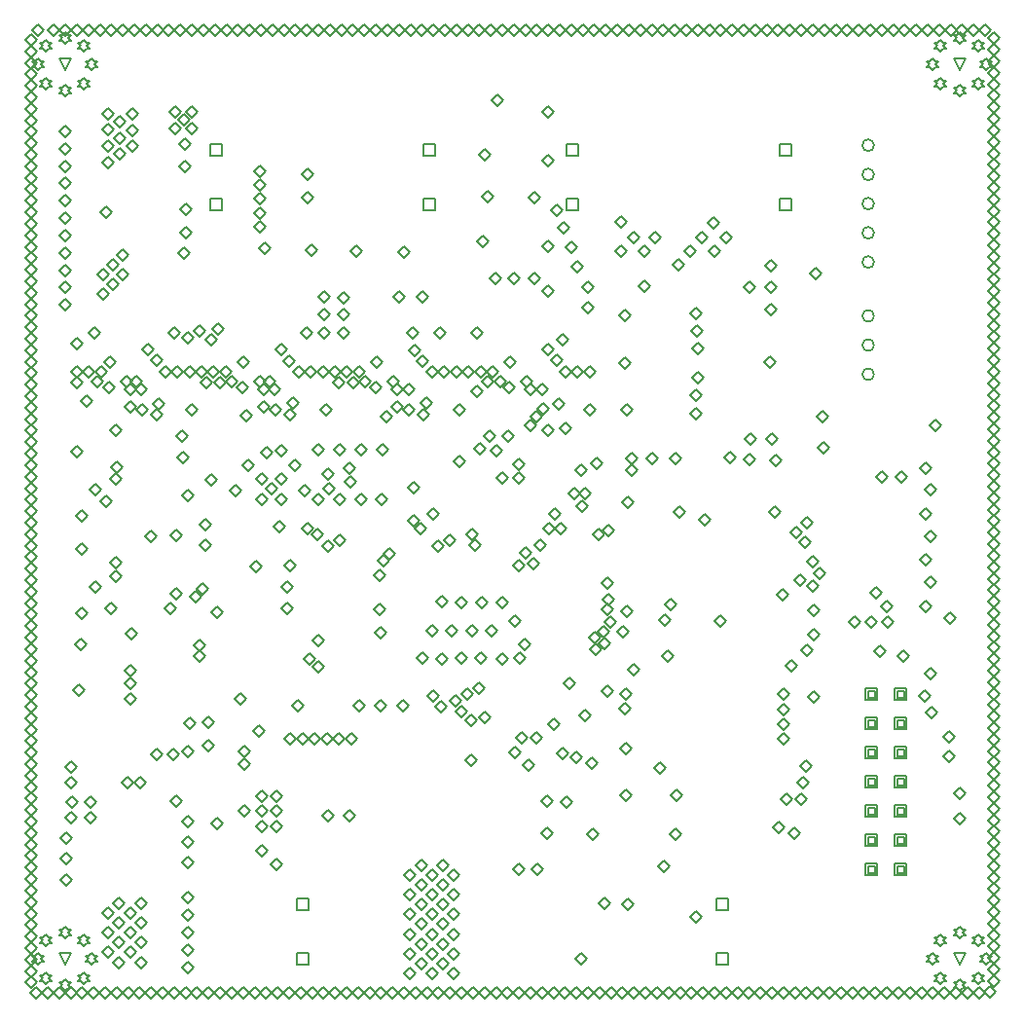
<source format=gbr>
G04*
G04 #@! TF.GenerationSoftware,Altium Limited,Altium Designer,24.1.2 (44)*
G04*
G04 Layer_Color=2752767*
%FSLAX44Y44*%
%MOMM*%
G71*
G04*
G04 #@! TF.SameCoordinates,1E5C80FD-96BC-4AB1-9BEB-1594B19F9C97*
G04*
G04*
G04 #@! TF.FilePolarity,Positive*
G04*
G01*
G75*
%ADD19C,0.1270*%
%ADD156C,0.1693*%
D19*
X472423Y734917D02*
Y745077D01*
X482583D01*
Y734917D01*
X472423D01*
X657423D02*
Y745077D01*
X667583D01*
Y734917D01*
X657423D01*
X472423Y687417D02*
Y697577D01*
X482583D01*
Y687417D01*
X472423D01*
X657423D02*
Y697577D01*
X667583D01*
Y687417D01*
X657423D01*
X347423Y687417D02*
Y697577D01*
X357583D01*
Y687417D01*
X347423D01*
X162423D02*
Y697577D01*
X172583D01*
Y687417D01*
X162423D01*
X347423Y734917D02*
Y745077D01*
X357583D01*
Y734917D01*
X347423D01*
X162423D02*
Y745077D01*
X172583D01*
Y734917D01*
X162423D01*
X202173Y177497D02*
X207253Y182577D01*
X212333Y177497D01*
X207253Y172417D01*
X202173Y177497D01*
X215173D02*
X220253Y182577D01*
X225333Y177497D01*
X220253Y172417D01*
X215173Y177497D01*
X202173Y164497D02*
X207253Y169577D01*
X212333Y164497D01*
X207253Y159417D01*
X202173Y164497D01*
X215173D02*
X220253Y169577D01*
X225333Y164497D01*
X220253Y159417D01*
X215173Y164497D01*
X202173Y151497D02*
X207253Y156577D01*
X212333Y151497D01*
X207253Y146417D01*
X202173Y151497D01*
X215173D02*
X220253Y156577D01*
X225333Y151497D01*
X220253Y146417D01*
X215173Y151497D01*
X757623Y210317D02*
Y220477D01*
X767783D01*
Y210317D01*
X757623D01*
X759655Y212349D02*
Y218445D01*
X765751D01*
Y212349D01*
X759655D01*
X757623Y184917D02*
Y195077D01*
X767783D01*
Y184917D01*
X757623D01*
X759655Y186949D02*
Y193045D01*
X765751D01*
Y186949D01*
X759655D01*
X732223Y261117D02*
Y271277D01*
X742383D01*
Y261117D01*
X732223D01*
X734255Y263149D02*
Y269245D01*
X740351D01*
Y263149D01*
X734255D01*
X757623Y261117D02*
Y271277D01*
X767783D01*
Y261117D01*
X757623D01*
X759655Y263149D02*
Y269245D01*
X765751D01*
Y263149D01*
X759655D01*
X732223Y235717D02*
Y245877D01*
X742383D01*
Y235717D01*
X732223D01*
X734255Y237749D02*
Y243845D01*
X740351D01*
Y237749D01*
X734255D01*
X757623Y235717D02*
Y245877D01*
X767783D01*
Y235717D01*
X757623D01*
X759655Y237749D02*
Y243845D01*
X765751D01*
Y237749D01*
X759655D01*
X732223Y210317D02*
Y220477D01*
X742383D01*
Y210317D01*
X732223D01*
X734255Y212349D02*
Y218445D01*
X740351D01*
Y212349D01*
X734255D01*
X732223Y184917D02*
Y195077D01*
X742383D01*
Y184917D01*
X732223D01*
X734255Y186949D02*
Y193045D01*
X740351D01*
Y186949D01*
X734255D01*
X732223Y159517D02*
Y169677D01*
X742383D01*
Y159517D01*
X732223D01*
X734255Y161549D02*
Y167645D01*
X740351D01*
Y161549D01*
X734255D01*
X757623Y159517D02*
Y169677D01*
X767783D01*
Y159517D01*
X757623D01*
X759655Y161549D02*
Y167645D01*
X765751D01*
Y161549D01*
X759655D01*
X732223Y134117D02*
Y144277D01*
X742383D01*
Y134117D01*
X732223D01*
X734255Y136149D02*
Y142245D01*
X740351D01*
Y136149D01*
X734255D01*
X757623Y134117D02*
Y144277D01*
X767783D01*
Y134117D01*
X757623D01*
X759655Y136149D02*
Y142245D01*
X765751D01*
Y136149D01*
X759655D01*
X732223Y108717D02*
Y118877D01*
X742383D01*
Y108717D01*
X732223D01*
X734255Y110749D02*
Y116845D01*
X740351D01*
Y110749D01*
X734255D01*
X757623Y108717D02*
Y118877D01*
X767783D01*
Y108717D01*
X757623D01*
X759655Y110749D02*
Y116845D01*
X765751D01*
Y110749D01*
X759655D01*
X602423Y31117D02*
Y41277D01*
X612583D01*
Y31117D01*
X602423D01*
X237423Y78717D02*
Y88877D01*
X247583D01*
Y78717D01*
X237423D01*
X602423D02*
Y88877D01*
X612583D01*
Y78717D01*
X602423D01*
X237423Y31117D02*
Y41277D01*
X247583D01*
Y31117D01*
X237423D01*
X19563Y47357D02*
X22103Y49897D01*
X24643D01*
X22103Y52437D01*
X24643Y54977D01*
X22103D01*
X19563Y57517D01*
X17023Y54977D01*
X14483D01*
X17023Y52437D01*
X14483Y49897D01*
X17023D01*
X19563Y47357D01*
X52443Y14477D02*
X54983Y17017D01*
X57523D01*
X54983Y19557D01*
X57523Y22097D01*
X54983D01*
X52443Y24637D01*
X49903Y22097D01*
X47363D01*
X49903Y19557D01*
X47363Y17017D01*
X49903D01*
X52443Y14477D01*
X19563D02*
X22103Y17017D01*
X24643D01*
X22103Y19557D01*
X24643Y22097D01*
X22103D01*
X19563Y24637D01*
X17023Y22097D01*
X14483D01*
X17023Y19557D01*
X14483Y17017D01*
X17023D01*
X19563Y14477D01*
X52443Y47357D02*
X54983Y49897D01*
X57523D01*
X54983Y52437D01*
X57523Y54977D01*
X54983D01*
X52443Y57517D01*
X49903Y54977D01*
X47363D01*
X49903Y52437D01*
X47363Y49897D01*
X49903D01*
X52443Y47357D01*
X59253Y30917D02*
X61793Y33457D01*
X64333D01*
X61793Y35997D01*
X64333Y38537D01*
X61793D01*
X59253Y41077D01*
X56713Y38537D01*
X54173D01*
X56713Y35997D01*
X54173Y33457D01*
X56713D01*
X59253Y30917D01*
X36003Y8057D02*
X38543Y10597D01*
X41083D01*
X38543Y13137D01*
X41083Y15677D01*
X38543D01*
X36003Y18217D01*
X33463Y15677D01*
X30923D01*
X33463Y13137D01*
X30923Y10597D01*
X33463D01*
X36003Y8057D01*
X12753Y30917D02*
X15293Y33457D01*
X17833D01*
X15293Y35997D01*
X17833Y38537D01*
X15293D01*
X12753Y41077D01*
X10213Y38537D01*
X7673D01*
X10213Y35997D01*
X7673Y33457D01*
X10213D01*
X12753Y30917D01*
X36003Y54167D02*
X38543Y56707D01*
X41083D01*
X38543Y59247D01*
X41083Y61787D01*
X38543D01*
X36003Y64327D01*
X33463Y61787D01*
X30923D01*
X33463Y59247D01*
X30923Y56707D01*
X33463D01*
X36003Y54167D01*
Y30917D02*
X30923Y41077D01*
X41083D01*
X36003Y30917D01*
X797563Y47357D02*
X800103Y49897D01*
X802643D01*
X800103Y52437D01*
X802643Y54977D01*
X800103D01*
X797563Y57517D01*
X795023Y54977D01*
X792483D01*
X795023Y52437D01*
X792483Y49897D01*
X795023D01*
X797563Y47357D01*
X830443Y14477D02*
X832983Y17017D01*
X835523D01*
X832983Y19557D01*
X835523Y22097D01*
X832983D01*
X830443Y24637D01*
X827903Y22097D01*
X825363D01*
X827903Y19557D01*
X825363Y17017D01*
X827903D01*
X830443Y14477D01*
X797563D02*
X800103Y17017D01*
X802643D01*
X800103Y19557D01*
X802643Y22097D01*
X800103D01*
X797563Y24637D01*
X795023Y22097D01*
X792483D01*
X795023Y19557D01*
X792483Y17017D01*
X795023D01*
X797563Y14477D01*
X830443Y47357D02*
X832983Y49897D01*
X835523D01*
X832983Y52437D01*
X835523Y54977D01*
X832983D01*
X830443Y57517D01*
X827903Y54977D01*
X825363D01*
X827903Y52437D01*
X825363Y49897D01*
X827903D01*
X830443Y47357D01*
X837253Y30917D02*
X839793Y33457D01*
X842333D01*
X839793Y35997D01*
X842333Y38537D01*
X839793D01*
X837253Y41077D01*
X834713Y38537D01*
X832173D01*
X834713Y35997D01*
X832173Y33457D01*
X834713D01*
X837253Y30917D01*
X814003Y8057D02*
X816543Y10597D01*
X819083D01*
X816543Y13137D01*
X819083Y15677D01*
X816543D01*
X814003Y18217D01*
X811463Y15677D01*
X808923D01*
X811463Y13137D01*
X808923Y10597D01*
X811463D01*
X814003Y8057D01*
X790753Y30917D02*
X793293Y33457D01*
X795833D01*
X793293Y35997D01*
X795833Y38537D01*
X793293D01*
X790753Y41077D01*
X788213Y38537D01*
X785673D01*
X788213Y35997D01*
X785673Y33457D01*
X788213D01*
X790753Y30917D01*
X814003Y54167D02*
X816543Y56707D01*
X819083D01*
X816543Y59247D01*
X819083Y61787D01*
X816543D01*
X814003Y64327D01*
X811463Y61787D01*
X808923D01*
X811463Y59247D01*
X808923Y56707D01*
X811463D01*
X814003Y54167D01*
Y30917D02*
X808923Y41077D01*
X819083D01*
X814003Y30917D01*
X19563Y825357D02*
X22103Y827897D01*
X24643D01*
X22103Y830437D01*
X24643Y832977D01*
X22103D01*
X19563Y835517D01*
X17023Y832977D01*
X14483D01*
X17023Y830437D01*
X14483Y827897D01*
X17023D01*
X19563Y825357D01*
X52443Y792477D02*
X54983Y795017D01*
X57523D01*
X54983Y797557D01*
X57523Y800097D01*
X54983D01*
X52443Y802637D01*
X49903Y800097D01*
X47363D01*
X49903Y797557D01*
X47363Y795017D01*
X49903D01*
X52443Y792477D01*
X19563D02*
X22103Y795017D01*
X24643D01*
X22103Y797557D01*
X24643Y800097D01*
X22103D01*
X19563Y802637D01*
X17023Y800097D01*
X14483D01*
X17023Y797557D01*
X14483Y795017D01*
X17023D01*
X19563Y792477D01*
X52443Y825357D02*
X54983Y827897D01*
X57523D01*
X54983Y830437D01*
X57523Y832977D01*
X54983D01*
X52443Y835517D01*
X49903Y832977D01*
X47363D01*
X49903Y830437D01*
X47363Y827897D01*
X49903D01*
X52443Y825357D01*
X59253Y808917D02*
X61793Y811457D01*
X64333D01*
X61793Y813997D01*
X64333Y816537D01*
X61793D01*
X59253Y819077D01*
X56713Y816537D01*
X54173D01*
X56713Y813997D01*
X54173Y811457D01*
X56713D01*
X59253Y808917D01*
X36003Y786057D02*
X38543Y788597D01*
X41083D01*
X38543Y791137D01*
X41083Y793677D01*
X38543D01*
X36003Y796217D01*
X33463Y793677D01*
X30923D01*
X33463Y791137D01*
X30923Y788597D01*
X33463D01*
X36003Y786057D01*
X12753Y808917D02*
X15293Y811457D01*
X17833D01*
X15293Y813997D01*
X17833Y816537D01*
X15293D01*
X12753Y819077D01*
X10213Y816537D01*
X7673D01*
X10213Y813997D01*
X7673Y811457D01*
X10213D01*
X12753Y808917D01*
X36003Y832167D02*
X38543Y834707D01*
X41083D01*
X38543Y837247D01*
X41083Y839787D01*
X38543D01*
X36003Y842327D01*
X33463Y839787D01*
X30923D01*
X33463Y837247D01*
X30923Y834707D01*
X33463D01*
X36003Y832167D01*
Y808917D02*
X30923Y819077D01*
X41083D01*
X36003Y808917D01*
X797563Y825357D02*
X800103Y827897D01*
X802643D01*
X800103Y830437D01*
X802643Y832977D01*
X800103D01*
X797563Y835517D01*
X795023Y832977D01*
X792483D01*
X795023Y830437D01*
X792483Y827897D01*
X795023D01*
X797563Y825357D01*
X830443Y792477D02*
X832983Y795017D01*
X835523D01*
X832983Y797557D01*
X835523Y800097D01*
X832983D01*
X830443Y802637D01*
X827903Y800097D01*
X825363D01*
X827903Y797557D01*
X825363Y795017D01*
X827903D01*
X830443Y792477D01*
X797563D02*
X800103Y795017D01*
X802643D01*
X800103Y797557D01*
X802643Y800097D01*
X800103D01*
X797563Y802637D01*
X795023Y800097D01*
X792483D01*
X795023Y797557D01*
X792483Y795017D01*
X795023D01*
X797563Y792477D01*
X830443Y825357D02*
X832983Y827897D01*
X835523D01*
X832983Y830437D01*
X835523Y832977D01*
X832983D01*
X830443Y835517D01*
X827903Y832977D01*
X825363D01*
X827903Y830437D01*
X825363Y827897D01*
X827903D01*
X830443Y825357D01*
X837253Y808917D02*
X839793Y811457D01*
X842333D01*
X839793Y813997D01*
X842333Y816537D01*
X839793D01*
X837253Y819077D01*
X834713Y816537D01*
X832173D01*
X834713Y813997D01*
X832173Y811457D01*
X834713D01*
X837253Y808917D01*
X814003Y786057D02*
X816543Y788597D01*
X819083D01*
X816543Y791137D01*
X819083Y793677D01*
X816543D01*
X814003Y796217D01*
X811463Y793677D01*
X808923D01*
X811463Y791137D01*
X808923Y788597D01*
X811463D01*
X814003Y786057D01*
X790753Y808917D02*
X793293Y811457D01*
X795833D01*
X793293Y813997D01*
X795833Y816537D01*
X793293D01*
X790753Y819077D01*
X788213Y816537D01*
X785673D01*
X788213Y813997D01*
X785673Y811457D01*
X788213D01*
X790753Y808917D01*
X814003Y832167D02*
X816543Y834707D01*
X819083D01*
X816543Y837247D01*
X819083Y839787D01*
X816543D01*
X814003Y842327D01*
X811463Y839787D01*
X808923D01*
X811463Y837247D01*
X808923Y834707D01*
X811463D01*
X814003Y832167D01*
Y808917D02*
X808923Y819077D01*
X819083D01*
X814003Y808917D01*
X831241Y843614D02*
X836321Y848694D01*
X841401Y843614D01*
X836321Y838534D01*
X831241Y843614D01*
X838540Y526780D02*
X843620Y531860D01*
X848700Y526780D01*
X843620Y521699D01*
X838540Y526780D01*
X1306Y35503D02*
X6386Y40584D01*
X11466Y35503D01*
X6386Y30424D01*
X1306Y35503D01*
X838540Y586779D02*
X843620Y591859D01*
X848700Y586779D01*
X843620Y581699D01*
X838540Y586779D01*
X1306Y645502D02*
X6386Y650582D01*
X11466Y645502D01*
X6386Y640422D01*
X1306Y645502D01*
Y425503D02*
X6386Y430583D01*
X11466Y425503D01*
X6386Y420423D01*
X1306Y425503D01*
Y405503D02*
X6386Y410583D01*
X11466Y405503D01*
X6386Y400423D01*
X1306Y405503D01*
X735777Y6379D02*
X740856Y11459D01*
X745937Y6379D01*
X740856Y1299D01*
X735777Y6379D01*
X245777D02*
X250858Y11459D01*
X255938Y6379D01*
X250858Y1299D01*
X245777Y6379D01*
X455777D02*
X460857Y11459D01*
X465937Y6379D01*
X460857Y1299D01*
X455777Y6379D01*
X655777D02*
X660857Y11459D01*
X665937Y6379D01*
X660857Y1299D01*
X655777Y6379D01*
X838540Y406780D02*
X843620Y411860D01*
X848700Y406780D01*
X843620Y401700D01*
X838540Y406780D01*
X311242Y843614D02*
X316322Y848694D01*
X321402Y843614D01*
X316322Y838534D01*
X311242Y843614D01*
X21243D02*
X26323Y848694D01*
X31403Y843614D01*
X26323Y838534D01*
X21243Y843614D01*
X725777Y6379D02*
X730856Y11459D01*
X735937Y6379D01*
X730856Y1299D01*
X725777Y6379D01*
X411242Y843614D02*
X416322Y848694D01*
X421402Y843614D01*
X416322Y838534D01*
X411242Y843614D01*
X1306Y335503D02*
X6386Y340583D01*
X11466Y335503D01*
X6386Y330423D01*
X1306Y335503D01*
X395777Y6379D02*
X400857Y11459D01*
X405937Y6379D01*
X400857Y1299D01*
X395777Y6379D01*
X838540Y306780D02*
X843620Y311860D01*
X848700Y306780D01*
X843620Y301700D01*
X838540Y306780D01*
X241242Y843614D02*
X246322Y848694D01*
X251402Y843614D01*
X246322Y838534D01*
X241242Y843614D01*
X491242D02*
X496322Y848694D01*
X501402Y843614D01*
X496322Y838534D01*
X491242Y843614D01*
X1306Y715502D02*
X6386Y720582D01*
X11466Y715502D01*
X6386Y710422D01*
X1306Y715502D01*
Y385503D02*
X6386Y390583D01*
X11466Y385503D01*
X6386Y380423D01*
X1306Y385503D01*
Y255503D02*
X6386Y260583D01*
X11466Y255503D01*
X6386Y250423D01*
X1306Y255503D01*
Y835502D02*
X6386Y840582D01*
X11466Y835502D01*
X6386Y830422D01*
X1306Y835502D01*
X838540Y156780D02*
X843620Y161860D01*
X848700Y156780D01*
X843620Y151700D01*
X838540Y156780D01*
X801241Y843614D02*
X806321Y848694D01*
X811401Y843614D01*
X806321Y838534D01*
X801241Y843614D01*
X425777Y6379D02*
X430857Y11459D01*
X435937Y6379D01*
X430857Y1299D01*
X425777Y6379D01*
X95778D02*
X100858Y11459D01*
X105938Y6379D01*
X100858Y1299D01*
X95778Y6379D01*
X731241Y843614D02*
X736321Y848694D01*
X741401Y843614D01*
X736321Y838534D01*
X731241Y843614D01*
X838540Y186780D02*
X843620Y191860D01*
X848700Y186780D01*
X843620Y181700D01*
X838540Y186780D01*
X61243Y843614D02*
X66323Y848694D01*
X71403Y843614D01*
X66323Y838534D01*
X61243Y843614D01*
X155778Y6379D02*
X160858Y11459D01*
X165938Y6379D01*
X160858Y1299D01*
X155778Y6379D01*
X1306Y545503D02*
X6386Y550583D01*
X11466Y545503D01*
X6386Y540423D01*
X1306Y545503D01*
X435777Y6379D02*
X440857Y11459D01*
X445937Y6379D01*
X440857Y1299D01*
X435777Y6379D01*
X275777D02*
X280857Y11459D01*
X285937Y6379D01*
X280857Y1299D01*
X275777Y6379D01*
X838540Y216780D02*
X843620Y221860D01*
X848700Y216780D01*
X843620Y211700D01*
X838540Y216780D01*
X391242Y843614D02*
X396322Y848694D01*
X401402Y843614D01*
X396322Y838534D01*
X391242Y843614D01*
X625777Y6379D02*
X630857Y11459D01*
X635937Y6379D01*
X630857Y1299D01*
X625777Y6379D01*
X361242Y843614D02*
X366322Y848694D01*
X371402Y843614D01*
X366322Y838534D01*
X361242Y843614D01*
X321242D02*
X326322Y848694D01*
X331402Y843614D01*
X326322Y838534D01*
X321242Y843614D01*
X1306Y305503D02*
X6386Y310583D01*
X11466Y305503D01*
X6386Y300423D01*
X1306Y305503D01*
X25778Y6379D02*
X30858Y11459D01*
X35938Y6379D01*
X30858Y1299D01*
X25778Y6379D01*
X385777D02*
X390857Y11459D01*
X395937Y6379D01*
X390857Y1299D01*
X385777Y6379D01*
X1306Y775502D02*
X6386Y780582D01*
X11466Y775502D01*
X6386Y770422D01*
X1306Y775502D01*
Y735502D02*
X6386Y740582D01*
X11466Y735502D01*
X6386Y730422D01*
X1306Y735502D01*
Y665502D02*
X6386Y670582D01*
X11466Y665502D01*
X6386Y660422D01*
X1306Y665502D01*
X465777Y6379D02*
X470857Y11459D01*
X475937Y6379D01*
X470857Y1299D01*
X465777Y6379D01*
X555777D02*
X560857Y11459D01*
X565937Y6379D01*
X560857Y1299D01*
X555777Y6379D01*
X838540Y616779D02*
X843620Y621859D01*
X848700Y616779D01*
X843620Y611699D01*
X838540Y616779D01*
X1306Y635502D02*
X6386Y640582D01*
X11466Y635502D01*
X6386Y630422D01*
X1306Y635502D01*
X121243Y843614D02*
X126323Y848694D01*
X131403Y843614D01*
X126323Y838534D01*
X121243Y843614D01*
X1306Y455503D02*
X6386Y460583D01*
X11466Y455503D01*
X6386Y450423D01*
X1306Y455503D01*
X91243Y843614D02*
X96323Y848694D01*
X101403Y843614D01*
X96323Y838534D01*
X91243Y843614D01*
X838540Y176780D02*
X843620Y181860D01*
X848700Y176780D01*
X843620Y171700D01*
X838540Y176780D01*
X1306Y355503D02*
X6386Y360583D01*
X11466Y355503D01*
X6386Y350423D01*
X1306Y355503D01*
X838540Y786779D02*
X843620Y791859D01*
X848700Y786779D01*
X843620Y781699D01*
X838540Y786779D01*
X695777Y6379D02*
X700857Y11459D01*
X705937Y6379D01*
X700857Y1299D01*
X695777Y6379D01*
X595777D02*
X600857Y11459D01*
X605937Y6379D01*
X600857Y1299D01*
X595777Y6379D01*
X711242Y843614D02*
X716321Y848694D01*
X721402Y843614D01*
X716321Y838534D01*
X711242Y843614D01*
X581242D02*
X586322Y848694D01*
X591402Y843614D01*
X586322Y838534D01*
X581242Y843614D01*
X838540Y366780D02*
X843620Y371860D01*
X848700Y366780D01*
X843620Y361700D01*
X838540Y366780D01*
Y556779D02*
X843620Y561859D01*
X848700Y556779D01*
X843620Y551699D01*
X838540Y556779D01*
X551242Y843614D02*
X556322Y848694D01*
X561402Y843614D01*
X556322Y838534D01*
X551242Y843614D01*
X605777Y6379D02*
X610857Y11459D01*
X615937Y6379D01*
X610857Y1299D01*
X605777Y6379D01*
X351242Y843614D02*
X356322Y848694D01*
X361402Y843614D01*
X356322Y838534D01*
X351242Y843614D01*
X838540Y86780D02*
X843620Y91860D01*
X848700Y86780D01*
X843620Y81700D01*
X838540Y86780D01*
X1306Y525503D02*
X6386Y530583D01*
X11466Y525503D01*
X6386Y520423D01*
X1306Y525503D01*
X665777Y6379D02*
X670857Y11459D01*
X675937Y6379D01*
X670857Y1299D01*
X665777Y6379D01*
X1306Y815502D02*
X6386Y820582D01*
X11466Y815502D01*
X6386Y810422D01*
X1306Y815502D01*
X838540Y276780D02*
X843620Y281860D01*
X848700Y276780D01*
X843620Y271700D01*
X838540Y276780D01*
Y66780D02*
X843620Y71860D01*
X848700Y66780D01*
X843620Y61700D01*
X838540Y66780D01*
X681242Y843614D02*
X686321Y848694D01*
X691402Y843614D01*
X686321Y838534D01*
X681242Y843614D01*
X15778Y6379D02*
X20858Y11459D01*
X25938Y6379D01*
X20858Y1299D01*
X15778Y6379D01*
X225777D02*
X230858Y11459D01*
X235938Y6379D01*
X230858Y1299D01*
X225777Y6379D01*
X1306Y595502D02*
X6386Y600582D01*
X11466Y595502D01*
X6386Y590422D01*
X1306Y595502D01*
X645777Y6379D02*
X650857Y11459D01*
X655937Y6379D01*
X650857Y1299D01*
X645777Y6379D01*
X838540Y566779D02*
X843620Y571859D01*
X848700Y566779D01*
X843620Y561699D01*
X838540Y566779D01*
X601242Y843614D02*
X606322Y848694D01*
X611402Y843614D01*
X606322Y838534D01*
X601242Y843614D01*
X775776Y6379D02*
X780856Y11459D01*
X785936Y6379D01*
X780856Y1299D01*
X775776Y6379D01*
X521242Y843614D02*
X526322Y848694D01*
X531402Y843614D01*
X526322Y838534D01*
X521242Y843614D01*
X205777Y6379D02*
X210858Y11459D01*
X215938Y6379D01*
X210858Y1299D01*
X205777Y6379D01*
X445777D02*
X450857Y11459D01*
X455937Y6379D01*
X450857Y1299D01*
X445777Y6379D01*
X1306Y795502D02*
X6386Y800582D01*
X11466Y795502D01*
X6386Y790422D01*
X1306Y795502D01*
X145778Y6379D02*
X150858Y11459D01*
X155938Y6379D01*
X150858Y1299D01*
X145778Y6379D01*
X838540Y476780D02*
X843620Y481860D01*
X848700Y476780D01*
X843620Y471700D01*
X838540Y476780D01*
X211243Y843614D02*
X216322Y848694D01*
X221402Y843614D01*
X216322Y838534D01*
X211243Y843614D01*
X811241D02*
X816321Y848694D01*
X821401Y843614D01*
X816321Y838534D01*
X811241Y843614D01*
X1306Y465503D02*
X6386Y470583D01*
X11466Y465503D01*
X6386Y460423D01*
X1306Y465503D01*
X255777Y6379D02*
X260857Y11459D01*
X265937Y6379D01*
X260857Y1299D01*
X255777Y6379D01*
X838540Y16781D02*
X843620Y21860D01*
X848700Y16781D01*
X843620Y11701D01*
X838540Y16781D01*
X1306Y535503D02*
X6386Y540583D01*
X11466Y535503D01*
X6386Y530423D01*
X1306Y535503D01*
X838540Y426780D02*
X843620Y431860D01*
X848700Y426780D01*
X843620Y421700D01*
X838540Y426780D01*
X1306Y625502D02*
X6386Y630582D01*
X11466Y625502D01*
X6386Y620422D01*
X1306Y625502D01*
X375777Y6379D02*
X380857Y11459D01*
X385937Y6379D01*
X380857Y1299D01*
X375777Y6379D01*
X585777D02*
X590857Y11459D01*
X595937Y6379D01*
X590857Y1299D01*
X585777Y6379D01*
X7153Y843614D02*
X12233Y848694D01*
X17313Y843614D01*
X12233Y838534D01*
X7153Y843614D01*
X838540Y416780D02*
X843620Y421860D01*
X848700Y416780D01*
X843620Y411700D01*
X838540Y416780D01*
Y686779D02*
X843620Y691859D01*
X848700Y686779D01*
X843620Y681699D01*
X838540Y686779D01*
X501242Y843614D02*
X506322Y848694D01*
X511402Y843614D01*
X506322Y838534D01*
X501242Y843614D01*
X1306Y165503D02*
X6386Y170583D01*
X11466Y165503D01*
X6386Y160423D01*
X1306Y165503D01*
X838540Y316780D02*
X843620Y321860D01*
X848700Y316780D01*
X843620Y311700D01*
X838540Y316780D01*
X381242Y843614D02*
X386322Y848694D01*
X391402Y843614D01*
X386322Y838534D01*
X381242Y843614D01*
X1306Y435503D02*
X6386Y440583D01*
X11466Y435503D01*
X6386Y430423D01*
X1306Y435503D01*
X765776Y6379D02*
X770856Y11459D01*
X775936Y6379D01*
X770856Y1299D01*
X765776Y6379D01*
X315777D02*
X320857Y11459D01*
X325937Y6379D01*
X320857Y1299D01*
X315777Y6379D01*
X838540Y726779D02*
X843620Y731859D01*
X848700Y726779D01*
X843620Y721699D01*
X838540Y726779D01*
Y266780D02*
X843620Y271860D01*
X848700Y266780D01*
X843620Y261700D01*
X838540Y266780D01*
X535777Y6379D02*
X540857Y11459D01*
X545937Y6379D01*
X540857Y1299D01*
X535777Y6379D01*
X531242Y843614D02*
X536322Y848694D01*
X541402Y843614D01*
X536322Y838534D01*
X531242Y843614D01*
X165778Y6379D02*
X170858Y11459D01*
X175938Y6379D01*
X170858Y1299D01*
X165778Y6379D01*
X825776D02*
X830856Y11459D01*
X835936Y6379D01*
X830856Y1299D01*
X825776Y6379D01*
X838540Y706779D02*
X843620Y711859D01*
X848700Y706779D01*
X843620Y701699D01*
X838540Y706779D01*
X1306Y225503D02*
X6386Y230583D01*
X11466Y225503D01*
X6386Y220423D01*
X1306Y225503D01*
X235777Y6379D02*
X240858Y11459D01*
X245938Y6379D01*
X240858Y1299D01*
X235777Y6379D01*
X838540Y806779D02*
X843620Y811859D01*
X848700Y806779D01*
X843620Y801699D01*
X838540Y806779D01*
X1306Y125503D02*
X6386Y130583D01*
X11466Y125503D01*
X6386Y120423D01*
X1306Y125503D01*
X838540Y146780D02*
X843620Y151860D01*
X848700Y146780D01*
X843620Y141700D01*
X838540Y146780D01*
Y126780D02*
X843620Y131860D01*
X848700Y126780D01*
X843620Y121700D01*
X838540Y126780D01*
Y206780D02*
X843620Y211860D01*
X848700Y206780D01*
X843620Y201700D01*
X838540Y206780D01*
X1306Y825502D02*
X6386Y830582D01*
X11466Y825502D01*
X6386Y820422D01*
X1306Y825502D01*
Y565503D02*
X6386Y570583D01*
X11466Y565503D01*
X6386Y560423D01*
X1306Y565503D01*
X151243Y843614D02*
X156323Y848694D01*
X161403Y843614D01*
X156323Y838534D01*
X151243Y843614D01*
X131243D02*
X136323Y848694D01*
X141403Y843614D01*
X136323Y838534D01*
X131243Y843614D01*
X785776Y6379D02*
X790856Y11459D01*
X795936Y6379D01*
X790856Y1299D01*
X785776Y6379D01*
X81243Y843614D02*
X86323Y848694D01*
X91403Y843614D01*
X86323Y838534D01*
X81243Y843614D01*
X1306Y765502D02*
X6386Y770582D01*
X11466Y765502D01*
X6386Y760422D01*
X1306Y765502D01*
X285777Y6379D02*
X290857Y11459D01*
X295937Y6379D01*
X290857Y1299D01*
X285777Y6379D01*
X1306Y185503D02*
X6386Y190583D01*
X11466Y185503D01*
X6386Y180423D01*
X1306Y185503D01*
Y275503D02*
X6386Y280583D01*
X11466Y275503D01*
X6386Y270423D01*
X1306Y275503D01*
X431242Y843614D02*
X436322Y848694D01*
X441402Y843614D01*
X436322Y838534D01*
X431242Y843614D01*
X571242D02*
X576322Y848694D01*
X581402Y843614D01*
X576322Y838534D01*
X571242Y843614D01*
X815776Y6379D02*
X820856Y11459D01*
X825936Y6379D01*
X820856Y1299D01*
X815776Y6379D01*
X281242Y843614D02*
X286322Y848694D01*
X291402Y843614D01*
X286322Y838534D01*
X281242Y843614D01*
X838540Y356780D02*
X843620Y361860D01*
X848700Y356780D01*
X843620Y351700D01*
X838540Y356780D01*
X545777Y6379D02*
X550857Y11459D01*
X555937Y6379D01*
X550857Y1299D01*
X545777Y6379D01*
X838540Y576779D02*
X843620Y581859D01*
X848700Y576779D01*
X843620Y571699D01*
X838540Y576779D01*
X741241Y843614D02*
X746321Y848694D01*
X751401Y843614D01*
X746321Y838534D01*
X741241Y843614D01*
X541242D02*
X546322Y848694D01*
X551402Y843614D01*
X546322Y838534D01*
X541242Y843614D01*
X838540Y196780D02*
X843620Y201860D01*
X848700Y196780D01*
X843620Y191700D01*
X838540Y196780D01*
X365777Y6379D02*
X370857Y11459D01*
X375937Y6379D01*
X370857Y1299D01*
X365777Y6379D01*
X421242Y843614D02*
X426322Y848694D01*
X431402Y843614D01*
X426322Y838534D01*
X421242Y843614D01*
X1306Y785502D02*
X6386Y790582D01*
X11466Y785502D01*
X6386Y780422D01*
X1306Y785502D01*
Y745502D02*
X6386Y750582D01*
X11466Y745502D01*
X6386Y740422D01*
X1306Y745502D01*
X671242Y843614D02*
X676322Y848694D01*
X681402Y843614D01*
X676322Y838534D01*
X671242Y843614D01*
X301242D02*
X306322Y848694D01*
X311402Y843614D01*
X306322Y838534D01*
X301242Y843614D01*
X271242D02*
X276322Y848694D01*
X281402Y843614D01*
X276322Y838534D01*
X271242Y843614D01*
X181243D02*
X186322Y848694D01*
X191402Y843614D01*
X186322Y838534D01*
X181243Y843614D01*
X101243D02*
X106323Y848694D01*
X111403Y843614D01*
X106323Y838534D01*
X101243Y843614D01*
X1306Y575502D02*
X6386Y580582D01*
X11466Y575502D01*
X6386Y570422D01*
X1306Y575502D01*
X838540Y646779D02*
X843620Y651859D01*
X848700Y646779D01*
X843620Y641699D01*
X838540Y646779D01*
Y776779D02*
X843620Y781859D01*
X848700Y776779D01*
X843620Y771699D01*
X838540Y776779D01*
X325777Y6379D02*
X330857Y11459D01*
X335937Y6379D01*
X330857Y1299D01*
X325777Y6379D01*
X838540Y226780D02*
X843620Y231860D01*
X848700Y226780D01*
X843620Y221700D01*
X838540Y226780D01*
Y346780D02*
X843620Y351860D01*
X848700Y346780D01*
X843620Y341700D01*
X838540Y346780D01*
Y746779D02*
X843620Y751859D01*
X848700Y746779D01*
X843620Y741699D01*
X838540Y746779D01*
X611242Y843614D02*
X616322Y848694D01*
X621402Y843614D01*
X616322Y838534D01*
X611242Y843614D01*
X371242D02*
X376322Y848694D01*
X381402Y843614D01*
X376322Y838534D01*
X371242Y843614D01*
X791241D02*
X796321Y848694D01*
X801401Y843614D01*
X796321Y838534D01*
X791241Y843614D01*
X341242D02*
X346322Y848694D01*
X351402Y843614D01*
X346322Y838534D01*
X341242Y843614D01*
X171243D02*
X176323Y848694D01*
X181403Y843614D01*
X176323Y838534D01*
X171243Y843614D01*
X65778Y6379D02*
X70858Y11459D01*
X75938Y6379D01*
X70858Y1299D01*
X65778Y6379D01*
X1306Y615502D02*
X6386Y620582D01*
X11466Y615502D01*
X6386Y610422D01*
X1306Y615502D01*
X261242Y843614D02*
X266322Y848694D01*
X271402Y843614D01*
X266322Y838534D01*
X261242Y843614D01*
X335777Y6379D02*
X340857Y11459D01*
X345937Y6379D01*
X340857Y1299D01*
X335777Y6379D01*
X838540Y246780D02*
X843620Y251860D01*
X848700Y246780D01*
X843620Y241700D01*
X838540Y246780D01*
Y736779D02*
X843620Y741859D01*
X848700Y736779D01*
X843620Y731699D01*
X838540Y736779D01*
X105778Y6379D02*
X110858Y11459D01*
X115938Y6379D01*
X110858Y1299D01*
X105778Y6379D01*
X1306Y95503D02*
X6386Y100583D01*
X11466Y95503D01*
X6386Y90423D01*
X1306Y95503D01*
X838540Y436780D02*
X843620Y441860D01*
X848700Y436780D01*
X843620Y431700D01*
X838540Y436780D01*
X651242Y843614D02*
X656322Y848694D01*
X661402Y843614D01*
X656322Y838534D01*
X651242Y843614D01*
X475777Y6379D02*
X480857Y11459D01*
X485937Y6379D01*
X480857Y1299D01*
X475777Y6379D01*
X838540Y456780D02*
X843620Y461860D01*
X848700Y456780D01*
X843620Y451700D01*
X838540Y456780D01*
X291242Y843614D02*
X296322Y848694D01*
X301402Y843614D01*
X296322Y838534D01*
X291242Y843614D01*
X755776Y6379D02*
X760856Y11459D01*
X765936Y6379D01*
X760856Y1299D01*
X755776Y6379D01*
X505777D02*
X510857Y11459D01*
X515937Y6379D01*
X510857Y1299D01*
X505777Y6379D01*
X838540Y626779D02*
X843620Y631859D01*
X848700Y626779D01*
X843620Y621699D01*
X838540Y626779D01*
Y756779D02*
X843620Y761859D01*
X848700Y756779D01*
X843620Y751699D01*
X838540Y756779D01*
X75778Y6379D02*
X80858Y11459D01*
X85938Y6379D01*
X80858Y1299D01*
X75778Y6379D01*
X691242Y843614D02*
X696321Y848694D01*
X701402Y843614D01*
X696321Y838534D01*
X691242Y843614D01*
X41243D02*
X46323Y848694D01*
X51403Y843614D01*
X46323Y838534D01*
X41243Y843614D01*
X1306Y175503D02*
X6386Y180583D01*
X11466Y175503D01*
X6386Y170423D01*
X1306Y175503D01*
X345777Y6379D02*
X350857Y11459D01*
X355937Y6379D01*
X350857Y1299D01*
X345777Y6379D01*
X838540Y466780D02*
X843620Y471860D01*
X848700Y466780D01*
X843620Y461700D01*
X838540Y466780D01*
X771241Y843614D02*
X776321Y848694D01*
X781401Y843614D01*
X776321Y838534D01*
X771241Y843614D01*
X415777Y6379D02*
X420857Y11459D01*
X425937Y6379D01*
X420857Y1299D01*
X415777Y6379D01*
X838540Y336780D02*
X843620Y341860D01*
X848700Y336780D01*
X843620Y331700D01*
X838540Y336780D01*
X1306Y485503D02*
X6386Y490583D01*
X11466Y485503D01*
X6386Y480423D01*
X1306Y485503D01*
X838540Y166780D02*
X843620Y171860D01*
X848700Y166780D01*
X843620Y161700D01*
X838540Y166780D01*
X1306Y85503D02*
X6386Y90583D01*
X11466Y85503D01*
X6386Y80423D01*
X1306Y85503D01*
X331242Y843614D02*
X336322Y848694D01*
X341402Y843614D01*
X336322Y838534D01*
X331242Y843614D01*
X1306Y695502D02*
X6386Y700582D01*
X11466Y695502D01*
X6386Y690422D01*
X1306Y695502D01*
Y755502D02*
X6386Y760582D01*
X11466Y755502D01*
X6386Y750422D01*
X1306Y755502D01*
X481242Y843614D02*
X486322Y848694D01*
X491402Y843614D01*
X486322Y838534D01*
X481242Y843614D01*
X1306Y705502D02*
X6386Y710582D01*
X11466Y705502D01*
X6386Y700422D01*
X1306Y705502D01*
X195778Y6379D02*
X200858Y11459D01*
X205938Y6379D01*
X200858Y1299D01*
X195778Y6379D01*
X495777D02*
X500857Y11459D01*
X505937Y6379D01*
X500857Y1299D01*
X495777Y6379D01*
X1306Y585502D02*
X6386Y590582D01*
X11466Y585502D01*
X6386Y580422D01*
X1306Y585502D01*
X45778Y6379D02*
X50858Y11459D01*
X55938Y6379D01*
X50858Y1299D01*
X45778Y6379D01*
X615777D02*
X620857Y11459D01*
X625937Y6379D01*
X620857Y1299D01*
X615777Y6379D01*
X838540Y296780D02*
X843620Y301860D01*
X848700Y296780D01*
X843620Y291700D01*
X838540Y296780D01*
Y116780D02*
X843620Y121860D01*
X848700Y116780D01*
X843620Y111700D01*
X838540Y116780D01*
Y796779D02*
X843620Y801859D01*
X848700Y796779D01*
X843620Y791699D01*
X838540Y796779D01*
Y506780D02*
X843620Y511860D01*
X848700Y506780D01*
X843620Y501699D01*
X838540Y506780D01*
X721242Y843614D02*
X726321Y848694D01*
X731402Y843614D01*
X726321Y838534D01*
X721242Y843614D01*
X451242D02*
X456322Y848694D01*
X461402Y843614D01*
X456322Y838534D01*
X451242Y843614D01*
X838540Y816779D02*
X843620Y821859D01*
X848700Y816779D01*
X843620Y811699D01*
X838540Y816779D01*
Y596779D02*
X843620Y601859D01*
X848700Y596779D01*
X843620Y591699D01*
X838540Y596779D01*
X781241Y843614D02*
X786321Y848694D01*
X791401Y843614D01*
X786321Y838534D01*
X781241Y843614D01*
X631242D02*
X636322Y848694D01*
X641402Y843614D01*
X636322Y838534D01*
X631242Y843614D01*
X1306Y45504D02*
X6386Y50584D01*
X11466Y45504D01*
X6386Y40423D01*
X1306Y45504D01*
X461242Y843614D02*
X466322Y848694D01*
X471402Y843614D01*
X466322Y838534D01*
X461242Y843614D01*
X838540Y46780D02*
X843620Y51860D01*
X848700Y46780D01*
X843620Y41700D01*
X838540Y46780D01*
X485777Y6379D02*
X490857Y11459D01*
X495937Y6379D01*
X490857Y1299D01*
X485777Y6379D01*
X1306Y265503D02*
X6386Y270583D01*
X11466Y265503D01*
X6386Y260423D01*
X1306Y265503D01*
Y15504D02*
X6386Y20584D01*
X11466Y15504D01*
X6386Y10424D01*
X1306Y15504D01*
X838540Y516780D02*
X843620Y521860D01*
X848700Y516780D01*
X843620Y511699D01*
X838540Y516780D01*
X561242Y843614D02*
X566322Y848694D01*
X571402Y843614D01*
X566322Y838534D01*
X561242Y843614D01*
X161243D02*
X166323Y848694D01*
X171403Y843614D01*
X166323Y838534D01*
X161243Y843614D01*
X1306Y605502D02*
X6386Y610582D01*
X11466Y605502D01*
X6386Y600422D01*
X1306Y605502D01*
X175778Y6379D02*
X180858Y11459D01*
X185938Y6379D01*
X180858Y1299D01*
X175778Y6379D01*
X1306Y155503D02*
X6386Y160583D01*
X11466Y155503D01*
X6386Y150423D01*
X1306Y155503D01*
Y105503D02*
X6386Y110583D01*
X11466Y105503D01*
X6386Y100423D01*
X1306Y105503D01*
X838540Y36780D02*
X843620Y41860D01*
X848700Y36780D01*
X843620Y31700D01*
X838540Y36780D01*
X231242Y843614D02*
X236322Y848694D01*
X241402Y843614D01*
X236322Y838534D01*
X231242Y843614D01*
X1306Y395503D02*
X6386Y400583D01*
X11466Y395503D01*
X6386Y390423D01*
X1306Y395503D01*
Y725502D02*
X6386Y730582D01*
X11466Y725502D01*
X6386Y720422D01*
X1306Y725502D01*
Y515503D02*
X6386Y520583D01*
X11466Y515503D01*
X6386Y510423D01*
X1306Y515503D01*
Y805502D02*
X6386Y810582D01*
X11466Y805502D01*
X6386Y800422D01*
X1306Y805502D01*
Y75503D02*
X6386Y80583D01*
X11466Y75503D01*
X6386Y70423D01*
X1306Y75503D01*
X641242Y843614D02*
X646322Y848694D01*
X651402Y843614D01*
X646322Y838534D01*
X641242Y843614D01*
X1306Y135503D02*
X6386Y140583D01*
X11466Y135503D01*
X6386Y130423D01*
X1306Y135503D01*
Y145503D02*
X6386Y150583D01*
X11466Y145503D01*
X6386Y140423D01*
X1306Y145503D01*
X635777Y6379D02*
X640857Y11459D01*
X645937Y6379D01*
X640857Y1299D01*
X635777Y6379D01*
X838540Y26781D02*
X843620Y31860D01*
X848700Y26781D01*
X843620Y21700D01*
X838540Y26781D01*
X355777Y6379D02*
X360857Y11459D01*
X365937Y6379D01*
X360857Y1299D01*
X355777Y6379D01*
X1306Y445503D02*
X6386Y450583D01*
X11466Y445503D01*
X6386Y440423D01*
X1306Y445503D01*
X838540Y106780D02*
X843620Y111860D01*
X848700Y106780D01*
X843620Y101700D01*
X838540Y106780D01*
X401242Y843614D02*
X406322Y848694D01*
X411402Y843614D01*
X406322Y838534D01*
X401242Y843614D01*
X251242D02*
X256322Y848694D01*
X261402Y843614D01*
X256322Y838534D01*
X251242Y843614D01*
X1306Y365503D02*
X6386Y370583D01*
X11466Y365503D01*
X6386Y360423D01*
X1306Y365503D01*
X185778Y6379D02*
X190858Y11459D01*
X195938Y6379D01*
X190858Y1299D01*
X185778Y6379D01*
X661242Y843614D02*
X666322Y848694D01*
X671402Y843614D01*
X666322Y838534D01*
X661242Y843614D01*
X1306Y295503D02*
X6386Y300583D01*
X11466Y295503D01*
X6386Y290423D01*
X1306Y295503D01*
X838540Y396780D02*
X843620Y401860D01*
X848700Y396780D01*
X843620Y391700D01*
X838540Y396780D01*
X1306Y345503D02*
X6386Y350583D01*
X11466Y345503D01*
X6386Y340423D01*
X1306Y345503D01*
X838540Y536779D02*
X843620Y541859D01*
X848700Y536779D01*
X843620Y531699D01*
X838540Y536779D01*
X55778Y6379D02*
X60858Y11459D01*
X65938Y6379D01*
X60858Y1299D01*
X55778Y6379D01*
X838540Y666779D02*
X843620Y671859D01*
X848700Y666779D01*
X843620Y661699D01*
X838540Y666779D01*
X565777Y6379D02*
X570857Y11459D01*
X575937Y6379D01*
X570857Y1299D01*
X565777Y6379D01*
X761241Y843614D02*
X766321Y848694D01*
X771401Y843614D01*
X766321Y838534D01*
X761241Y843614D01*
X51243D02*
X56323Y848694D01*
X61403Y843614D01*
X56323Y838534D01*
X51243Y843614D01*
X1306Y505503D02*
X6386Y510583D01*
X11466Y505503D01*
X6386Y500423D01*
X1306Y505503D01*
X525777Y6379D02*
X530857Y11459D01*
X535937Y6379D01*
X530857Y1299D01*
X525777Y6379D01*
X1306Y65504D02*
X6386Y70584D01*
X11466Y65504D01*
X6386Y60423D01*
X1306Y65504D01*
X265777Y6379D02*
X270857Y11459D01*
X275937Y6379D01*
X270857Y1299D01*
X265777Y6379D01*
X191243Y843614D02*
X196322Y848694D01*
X201402Y843614D01*
X196322Y838534D01*
X191243Y843614D01*
X71243D02*
X76323Y848694D01*
X81403Y843614D01*
X76323Y838534D01*
X71243Y843614D01*
X838540Y256780D02*
X843620Y261860D01*
X848700Y256780D01*
X843620Y251700D01*
X838540Y256780D01*
X1306Y495503D02*
X6386Y500583D01*
X11466Y495503D01*
X6386Y490423D01*
X1306Y495503D01*
X838540Y286780D02*
X843620Y291860D01*
X848700Y286780D01*
X843620Y281700D01*
X838540Y286780D01*
Y326780D02*
X843620Y331860D01*
X848700Y326780D01*
X843620Y321700D01*
X838540Y326780D01*
Y376780D02*
X843620Y381860D01*
X848700Y376780D01*
X843620Y371700D01*
X838540Y376780D01*
Y446780D02*
X843620Y451860D01*
X848700Y446780D01*
X843620Y441700D01*
X838540Y446780D01*
X621242Y843614D02*
X626322Y848694D01*
X631402Y843614D01*
X626322Y838534D01*
X621242Y843614D01*
X295777Y6379D02*
X300857Y11459D01*
X305937Y6379D01*
X300857Y1299D01*
X295777Y6379D01*
X1306Y55504D02*
X6386Y60584D01*
X11466Y55504D01*
X6386Y50423D01*
X1306Y55504D01*
X685777Y6379D02*
X690857Y11459D01*
X695937Y6379D01*
X690857Y1299D01*
X685777Y6379D01*
X838540Y56780D02*
X843620Y61860D01*
X848700Y56780D01*
X843620Y51700D01*
X838540Y56780D01*
Y546779D02*
X843620Y551859D01*
X848700Y546779D01*
X843620Y541699D01*
X838540Y546779D01*
Y606779D02*
X843620Y611859D01*
X848700Y606779D01*
X843620Y601699D01*
X838540Y606779D01*
X515777Y6379D02*
X520857Y11459D01*
X525937Y6379D01*
X520857Y1299D01*
X515777Y6379D01*
X745777D02*
X750856Y11459D01*
X755937Y6379D01*
X750856Y1299D01*
X745777Y6379D01*
X835744Y7179D02*
X840824Y12259D01*
X845904Y7179D01*
X840824Y2099D01*
X835744Y7179D01*
X838540Y826779D02*
X843620Y831859D01*
X848700Y826779D01*
X843620Y821699D01*
X838540Y826779D01*
X1306Y315503D02*
X6386Y320583D01*
X11466Y315503D01*
X6386Y310423D01*
X1306Y315503D01*
X795776Y6379D02*
X800856Y11459D01*
X805936Y6379D01*
X800856Y1299D01*
X795776Y6379D01*
X701242Y843614D02*
X706321Y848694D01*
X711402Y843614D01*
X706321Y838534D01*
X701242Y843614D01*
X35778Y6379D02*
X40858Y11459D01*
X45938Y6379D01*
X40858Y1299D01*
X35778Y6379D01*
X441242Y843614D02*
X446322Y848694D01*
X451402Y843614D01*
X446322Y838534D01*
X441242Y843614D01*
X838540Y696779D02*
X843620Y701859D01*
X848700Y696779D01*
X843620Y691699D01*
X838540Y696779D01*
X405777Y6379D02*
X410857Y11459D01*
X415937Y6379D01*
X410857Y1299D01*
X405777Y6379D01*
X201243Y843614D02*
X206322Y848694D01*
X211402Y843614D01*
X206322Y838534D01*
X201243Y843614D01*
X5780Y6560D02*
X10860Y11640D01*
X15940Y6560D01*
X10860Y1480D01*
X5780Y6560D01*
X838540Y656779D02*
X843620Y661859D01*
X848700Y656779D01*
X843620Y651699D01*
X838540Y656779D01*
Y716779D02*
X843620Y721859D01*
X848700Y716779D01*
X843620Y711699D01*
X838540Y716779D01*
X675777Y6379D02*
X680857Y11459D01*
X685937Y6379D01*
X680857Y1299D01*
X675777Y6379D01*
X1306Y555503D02*
X6386Y560583D01*
X11466Y555503D01*
X6386Y550423D01*
X1306Y555503D01*
X575777Y6379D02*
X580857Y11459D01*
X585937Y6379D01*
X580857Y1299D01*
X575777Y6379D01*
X838540Y676779D02*
X843620Y681859D01*
X848700Y676779D01*
X843620Y671699D01*
X838540Y676779D01*
X821241Y843614D02*
X826321Y848694D01*
X831401Y843614D01*
X826321Y838534D01*
X821241Y843614D01*
X838540Y76780D02*
X843620Y81860D01*
X848700Y76780D01*
X843620Y71700D01*
X838540Y76780D01*
Y836779D02*
X843620Y841859D01*
X848700Y836779D01*
X843620Y831699D01*
X838540Y836779D01*
X31243Y843614D02*
X36323Y848694D01*
X41403Y843614D01*
X36323Y838534D01*
X31243Y843614D01*
X838540Y136780D02*
X843620Y141860D01*
X848700Y136780D01*
X843620Y131700D01*
X838540Y136780D01*
X1306Y285503D02*
X6386Y290583D01*
X11466Y285503D01*
X6386Y280423D01*
X1306Y285503D01*
X141243Y843614D02*
X146323Y848694D01*
X151403Y843614D01*
X146323Y838534D01*
X141243Y843614D01*
X1306Y685502D02*
X6386Y690582D01*
X11466Y685502D01*
X6386Y680422D01*
X1306Y685502D01*
X221243Y843614D02*
X226322Y848694D01*
X231402Y843614D01*
X226322Y838534D01*
X221243Y843614D01*
X305777Y6379D02*
X310857Y11459D01*
X315937Y6379D01*
X310857Y1299D01*
X305777Y6379D01*
X838540Y96780D02*
X843620Y101860D01*
X848700Y96780D01*
X843620Y91700D01*
X838540Y96780D01*
Y766779D02*
X843620Y771859D01*
X848700Y766779D01*
X843620Y761699D01*
X838540Y766779D01*
X471242Y843614D02*
X476322Y848694D01*
X481402Y843614D01*
X476322Y838534D01*
X471242Y843614D01*
X805776Y6379D02*
X810856Y11459D01*
X815936Y6379D01*
X810856Y1299D01*
X805776Y6379D01*
X838540Y636779D02*
X843620Y641859D01*
X848700Y636779D01*
X843620Y631699D01*
X838540Y636779D01*
X115778Y6379D02*
X120858Y11459D01*
X125938Y6379D01*
X120858Y1299D01*
X115778Y6379D01*
X111243Y843614D02*
X116323Y848694D01*
X121403Y843614D01*
X116323Y838534D01*
X111243Y843614D01*
X751241D02*
X756321Y848694D01*
X761401Y843614D01*
X756321Y838534D01*
X751241Y843614D01*
X1306Y325503D02*
X6386Y330583D01*
X11466Y325503D01*
X6386Y320423D01*
X1306Y325503D01*
X85778Y6379D02*
X90858Y11459D01*
X95938Y6379D01*
X90858Y1299D01*
X85778Y6379D01*
X1306Y25503D02*
X6386Y30584D01*
X11466Y25503D01*
X6386Y20424D01*
X1306Y25503D01*
X215777Y6379D02*
X220858Y11459D01*
X225938Y6379D01*
X220858Y1299D01*
X215777Y6379D01*
X838540Y386780D02*
X843620Y391860D01*
X848700Y386780D01*
X843620Y381700D01*
X838540Y386780D01*
X511242Y843614D02*
X516322Y848694D01*
X521402Y843614D01*
X516322Y838534D01*
X511242Y843614D01*
X135778Y6379D02*
X140858Y11459D01*
X145938Y6379D01*
X140858Y1299D01*
X135778Y6379D01*
X1306Y655502D02*
X6386Y660582D01*
X11466Y655502D01*
X6386Y650422D01*
X1306Y655502D01*
Y115503D02*
X6386Y120583D01*
X11466Y115503D01*
X6386Y110423D01*
X1306Y115503D01*
Y375503D02*
X6386Y380583D01*
X11466Y375503D01*
X6386Y370423D01*
X1306Y375503D01*
Y215503D02*
X6386Y220583D01*
X11466Y215503D01*
X6386Y210423D01*
X1306Y215503D01*
Y475503D02*
X6386Y480583D01*
X11466Y475503D01*
X6386Y470423D01*
X1306Y475503D01*
X838540Y236780D02*
X843620Y241860D01*
X848700Y236780D01*
X843620Y231700D01*
X838540Y236780D01*
X591242Y843614D02*
X596322Y848694D01*
X601402Y843614D01*
X596322Y838534D01*
X591242Y843614D01*
X1306Y245503D02*
X6386Y250583D01*
X11466Y245503D01*
X6386Y240423D01*
X1306Y245503D01*
Y235503D02*
X6386Y240583D01*
X11466Y235503D01*
X6386Y230423D01*
X1306Y235503D01*
Y415503D02*
X6386Y420583D01*
X11466Y415503D01*
X6386Y410423D01*
X1306Y415503D01*
Y675502D02*
X6386Y680582D01*
X11466Y675502D01*
X6386Y670422D01*
X1306Y675502D01*
Y205503D02*
X6386Y210583D01*
X11466Y205503D01*
X6386Y200423D01*
X1306Y205503D01*
Y195503D02*
X6386Y200583D01*
X11466Y195503D01*
X6386Y190423D01*
X1306Y195503D01*
X125778Y6379D02*
X130858Y11459D01*
X135938Y6379D01*
X130858Y1299D01*
X125778Y6379D01*
X705777D02*
X710856Y11459D01*
X715937Y6379D01*
X710856Y1299D01*
X705777Y6379D01*
X715777D02*
X720856Y11459D01*
X725937Y6379D01*
X720856Y1299D01*
X715777Y6379D01*
X838540Y486780D02*
X843620Y491860D01*
X848700Y486780D01*
X843620Y481699D01*
X838540Y486780D01*
Y496780D02*
X843620Y501860D01*
X848700Y496780D01*
X843620Y491699D01*
X838540Y496780D01*
X605790Y663194D02*
X610870Y668274D01*
X615950Y663194D01*
X610870Y658114D01*
X605790Y663194D01*
X584454D02*
X589534Y668274D01*
X594614Y663194D01*
X589534Y658114D01*
X584454Y663194D01*
X544378D02*
X549458Y668274D01*
X554538Y663194D01*
X549458Y658114D01*
X544378Y663194D01*
X525272D02*
X530352Y668274D01*
X535432Y663194D01*
X530352Y658114D01*
X525272Y663194D01*
X779780Y463310D02*
X784860Y468390D01*
X789940Y463310D01*
X784860Y458230D01*
X779780Y463310D01*
Y423327D02*
X784860Y428407D01*
X789940Y423327D01*
X784860Y418247D01*
X779780Y423327D01*
Y383342D02*
X784860Y388422D01*
X789940Y383342D01*
X784860Y378262D01*
X779780Y383342D01*
Y342550D02*
X784860Y347630D01*
X789940Y342550D01*
X784860Y337470D01*
X779780Y342550D01*
X778764Y264414D02*
X783844Y269494D01*
X788924Y264414D01*
X783844Y259334D01*
X778764Y264414D01*
X241905Y410119D02*
X246985Y415199D01*
X252065Y410119D01*
X246985Y405039D01*
X241905Y410119D01*
X684225Y631903D02*
X689305Y636983D01*
X694385Y631903D01*
X689305Y626823D01*
X684225Y631903D01*
X489458Y206756D02*
X494538Y211836D01*
X499618Y206756D01*
X494538Y201676D01*
X489458Y206756D01*
X384263Y209296D02*
X389343Y214376D01*
X394423Y209296D01*
X389343Y204216D01*
X384263Y209296D01*
X434340Y204470D02*
X439420Y209550D01*
X444500Y204470D01*
X439420Y199390D01*
X434340Y204470D01*
X422148Y215646D02*
X427228Y220726D01*
X432308Y215646D01*
X427228Y210566D01*
X422148Y215646D01*
X441452Y114471D02*
X446532Y119551D01*
X451612Y114471D01*
X446532Y109391D01*
X441452Y114471D01*
X425448Y114419D02*
X430528Y119499D01*
X435608Y114419D01*
X430528Y109339D01*
X425448Y114419D01*
X600950Y329819D02*
X606030Y334899D01*
X611110Y329819D01*
X606030Y324739D01*
X600950Y329819D01*
X565084Y424792D02*
X570164Y429872D01*
X575244Y424792D01*
X570164Y419712D01*
X565084Y424792D01*
X519809Y513284D02*
X524889Y518364D01*
X529969Y513284D01*
X524889Y508204D01*
X519809Y513284D01*
X645732Y488635D02*
X650812Y493716D01*
X655892Y488635D01*
X650812Y483555D01*
X645732Y488635D01*
X644652Y601218D02*
X649732Y606298D01*
X654812Y601218D01*
X649732Y596138D01*
X644652Y601218D01*
X241808Y718336D02*
X246888Y723416D01*
X251968Y718336D01*
X246888Y713256D01*
X241808Y718336D01*
Y698500D02*
X246888Y703580D01*
X251968Y698500D01*
X246888Y693420D01*
X241808Y698500D01*
X278925Y451223D02*
X284005Y456303D01*
X289085Y451223D01*
X284005Y446143D01*
X278925Y451223D01*
X210441Y445285D02*
X215521Y450365D01*
X220601Y445285D01*
X215521Y440205D01*
X210441Y445285D01*
X201890Y453176D02*
X206970Y458256D01*
X212050Y453176D01*
X206970Y448096D01*
X201890Y453176D01*
X391914Y479769D02*
X396994Y484849D01*
X402074Y479769D01*
X396994Y474689D01*
X391914Y479769D01*
X396033Y245733D02*
X401113Y250813D01*
X406193Y245733D01*
X401113Y240653D01*
X396033Y245733D01*
X375412Y250952D02*
X380492Y256032D01*
X385572Y250952D01*
X380492Y245872D01*
X375412Y250952D01*
X384263Y243545D02*
X389343Y248625D01*
X394423Y243545D01*
X389343Y238465D01*
X384263Y243545D01*
X186472Y164507D02*
X191552Y169587D01*
X196632Y164507D01*
X191552Y159427D01*
X186472Y164507D01*
X163534Y153436D02*
X168614Y158516D01*
X173694Y153436D01*
X168614Y148356D01*
X163534Y153436D01*
X127260Y173748D02*
X132339Y178829D01*
X137420Y173748D01*
X132339Y168668D01*
X127260Y173748D01*
X374311Y468893D02*
X379391Y473973D01*
X384471Y468893D01*
X379391Y463813D01*
X374311Y468893D01*
X201799Y436123D02*
X206879Y441203D01*
X211959Y436123D01*
X206879Y431043D01*
X201799Y436123D01*
X218758Y453176D02*
X223838Y458256D01*
X228918Y453176D01*
X223838Y448096D01*
X218758Y453176D01*
Y436123D02*
X223838Y441203D01*
X228918Y436123D01*
X223838Y431043D01*
X218758Y436123D01*
X425510Y466519D02*
X430591Y471599D01*
X435671Y466519D01*
X430591Y461439D01*
X425510Y466519D01*
X425958Y454660D02*
X431038Y459740D01*
X436118Y454660D01*
X431038Y449580D01*
X425958Y454660D01*
X411226D02*
X416306Y459740D01*
X421386Y454660D01*
X416306Y449580D01*
X411226Y454660D01*
X415954Y491168D02*
X421034Y496248D01*
X426114Y491168D01*
X421034Y486088D01*
X415954Y491168D01*
X406310Y478508D02*
X411390Y483588D01*
X416470Y478508D01*
X411390Y473428D01*
X406310Y478508D01*
X400320Y491091D02*
X405400Y496171D01*
X410480Y491091D01*
X405400Y486011D01*
X400320Y491091D01*
X465876Y497615D02*
X470956Y502695D01*
X476036Y497615D01*
X470956Y492535D01*
X465876Y497615D01*
X432276Y538337D02*
X437356Y543417D01*
X442436Y538337D01*
X437356Y533257D01*
X432276Y538337D01*
X316245Y538301D02*
X321325Y543381D01*
X326405Y538301D01*
X321325Y533221D01*
X316245Y538301D01*
X93050Y538365D02*
X98130Y543445D01*
X103210Y538365D01*
X98130Y533285D01*
X93050Y538365D01*
X84792D02*
X89873Y543445D01*
X94952Y538365D01*
X89873Y533285D01*
X84792Y538365D01*
X209273Y538420D02*
X214354Y543500D01*
X219433Y538420D01*
X214354Y533340D01*
X209273Y538420D01*
X200214Y538433D02*
X205294Y543513D01*
X210374Y538433D01*
X205294Y533353D01*
X200214Y538433D01*
X394431Y660458D02*
X399511Y665538D01*
X404591Y660458D01*
X399511Y655378D01*
X394431Y660458D01*
X395986Y735934D02*
X401066Y741014D01*
X406146Y735934D01*
X401066Y730854D01*
X395986Y735934D01*
X407162Y783082D02*
X412242Y788162D01*
X417322Y783082D01*
X412242Y778002D01*
X407162Y783082D01*
X451334Y772918D02*
X456414Y777998D01*
X461494Y772918D01*
X456414Y767838D01*
X451334Y772918D01*
X450853Y656016D02*
X455933Y661096D01*
X461013Y656016D01*
X455933Y650936D01*
X450853Y656016D01*
X451334Y730564D02*
X456414Y735645D01*
X461494Y730564D01*
X456414Y725484D01*
X451334Y730564D01*
X439420Y698370D02*
X444500Y703450D01*
X449580Y698370D01*
X444500Y693290D01*
X439420Y698370D01*
X398163Y698696D02*
X403243Y703776D01*
X408323Y698696D01*
X403243Y693616D01*
X398163Y698696D01*
X581152Y541528D02*
X586232Y546608D01*
X591312Y541528D01*
X586232Y536448D01*
X581152Y541528D01*
Y567436D02*
X586232Y572516D01*
X591312Y567436D01*
X586232Y562356D01*
X581152Y567436D01*
X450853Y616907D02*
X455933Y621987D01*
X461013Y616907D01*
X455933Y611827D01*
X450853Y616907D01*
X439420Y627623D02*
X444500Y632703D01*
X449580Y627623D01*
X444500Y622543D01*
X439420Y627623D01*
X421640D02*
X426720Y632703D01*
X431800Y627623D01*
X426720Y622543D01*
X421640Y627623D01*
X485792Y620397D02*
X490872Y625477D01*
X495952Y620397D01*
X490872Y615317D01*
X485792Y620397D01*
Y602597D02*
X490872Y607677D01*
X495952Y602597D01*
X490872Y597517D01*
X485792Y602597D01*
X463748Y574413D02*
X468828Y579493D01*
X473908Y574413D01*
X468828Y569333D01*
X463748Y574413D01*
X333568Y580755D02*
X338648Y585835D01*
X343728Y580755D01*
X338648Y575675D01*
X333568Y580755D01*
X388849Y580255D02*
X393929Y585335D01*
X399009Y580255D01*
X393929Y575174D01*
X388849Y580255D01*
X357232D02*
X362312Y585335D01*
X367392Y580255D01*
X362312Y575174D01*
X357232Y580255D01*
X405016Y627623D02*
X410096Y632703D01*
X415176Y627623D01*
X410096Y622543D01*
X405016Y627623D01*
X341732Y611883D02*
X346812Y616963D01*
X351892Y611883D01*
X346812Y606803D01*
X341732Y611883D01*
X241461Y580558D02*
X246541Y585638D01*
X251621Y580558D01*
X246541Y575478D01*
X241461Y580558D01*
X256415Y580837D02*
X261495Y585917D01*
X266575Y580837D01*
X261495Y575757D01*
X256415Y580837D01*
X272886D02*
X277966Y585917D01*
X283046Y580837D01*
X277966Y575757D01*
X272886Y580837D01*
X273230Y596262D02*
X278310Y601342D01*
X283390Y596262D01*
X278310Y591182D01*
X273230Y596262D01*
X256415Y611883D02*
X261495Y616963D01*
X266575Y611883D01*
X261495Y606803D01*
X256415Y611883D01*
X321230D02*
X326310Y616963D01*
X331390Y611883D01*
X326310Y606803D01*
X321230Y611883D01*
X273230Y611177D02*
X278310Y616257D01*
X283390Y611177D01*
X278310Y606097D01*
X273230Y611177D01*
X256415Y596262D02*
X261495Y601342D01*
X266575Y596262D01*
X261495Y591182D01*
X256415Y596262D01*
X157935Y574716D02*
X163015Y579796D01*
X168095Y574716D01*
X163015Y569636D01*
X157935Y574716D01*
X164240Y583555D02*
X169320Y588635D01*
X174400Y583555D01*
X169320Y578475D01*
X164240Y583555D01*
X137698Y576255D02*
X142779Y581334D01*
X147858Y576255D01*
X142779Y571175D01*
X137698Y576255D01*
X125669Y580258D02*
X130749Y585338D01*
X135829Y580258D01*
X130749Y575178D01*
X125669Y580258D01*
X56604D02*
X61684Y585338D01*
X66764Y580258D01*
X61684Y575178D01*
X56604Y580258D01*
X41069Y571516D02*
X46149Y576596D01*
X51228Y571516D01*
X46149Y566436D01*
X41069Y571516D01*
X40933Y537147D02*
X46013Y542227D01*
X51093Y537147D01*
X46013Y532067D01*
X40933Y537147D01*
X41069Y477633D02*
X46149Y482713D01*
X51228Y477633D01*
X46149Y472553D01*
X41069Y477633D01*
X45335Y421633D02*
X50415Y426713D01*
X55495Y421633D01*
X50415Y416553D01*
X45335Y421633D01*
Y336407D02*
X50415Y341487D01*
X55495Y336407D01*
X50415Y331326D01*
X45335Y336407D01*
Y392407D02*
X50415Y397486D01*
X55495Y392407D01*
X50415Y387327D01*
X45335Y392407D01*
X163051Y338002D02*
X168131Y343082D01*
X173211Y338002D01*
X168131Y332922D01*
X163051Y338002D01*
X122453Y340746D02*
X127533Y345826D01*
X132613Y340746D01*
X127533Y335666D01*
X122453Y340746D01*
X44450Y309626D02*
X49530Y314706D01*
X54610Y309626D01*
X49530Y304546D01*
X44450Y309626D01*
X42923Y269497D02*
X48003Y274577D01*
X53083Y269497D01*
X48003Y264417D01*
X42923Y269497D01*
X277930Y160758D02*
X283010Y165839D01*
X288090Y160758D01*
X283010Y155679D01*
X277930Y160758D01*
X259793Y160722D02*
X264873Y165802D01*
X269953Y160722D01*
X264873Y155642D01*
X259793Y160722D01*
X215173Y118497D02*
X220253Y123577D01*
X225333Y118497D01*
X220253Y113417D01*
X215173Y118497D01*
X202023Y130556D02*
X207103Y135636D01*
X212183Y130556D01*
X207103Y125476D01*
X202023Y130556D01*
X736600Y354743D02*
X741680Y359823D01*
X746760Y354743D01*
X741680Y349663D01*
X736600Y354743D01*
X745835Y342550D02*
X750915Y347630D01*
X755994Y342550D01*
X750915Y337470D01*
X745835Y342550D01*
X760476Y299212D02*
X765556Y304292D01*
X770636Y299212D01*
X765556Y294132D01*
X760476Y299212D01*
X740156Y303784D02*
X745236Y308864D01*
X750316Y303784D01*
X745236Y298704D01*
X740156Y303784D01*
X758444Y455497D02*
X763524Y460577D01*
X768604Y455497D01*
X763524Y450417D01*
X758444Y455497D01*
X741172D02*
X746252Y460577D01*
X751332Y455497D01*
X746252Y450417D01*
X741172Y455497D01*
X788162Y499872D02*
X793242Y504952D01*
X798322Y499872D01*
X793242Y494792D01*
X788162Y499872D01*
X574923Y651497D02*
X580003Y656577D01*
X585083Y651497D01*
X580003Y646417D01*
X574923Y651497D01*
X467542Y172737D02*
X472622Y177817D01*
X477702Y172737D01*
X472622Y167657D01*
X467542Y172737D01*
X518534Y178559D02*
X523614Y183639D01*
X528694Y178559D01*
X523614Y173479D01*
X518534Y178559D01*
X552627Y330489D02*
X557707Y335569D01*
X562787Y330489D01*
X557707Y325409D01*
X552627Y330489D01*
X519238Y338364D02*
X524318Y343444D01*
X529398Y338364D01*
X524318Y333284D01*
X519238Y338364D01*
X504929Y328821D02*
X510009Y333901D01*
X515089Y328821D01*
X510009Y323741D01*
X504929Y328821D01*
X49464Y521539D02*
X54544Y526619D01*
X59624Y521539D01*
X54544Y516459D01*
X49464Y521539D01*
X450352Y144997D02*
X455432Y150077D01*
X460512Y144997D01*
X455432Y139917D01*
X450352Y144997D01*
X450342Y173228D02*
X455422Y178308D01*
X460502Y173228D01*
X455422Y168148D01*
X450342Y173228D01*
X133403Y472556D02*
X138483Y477636D01*
X143563Y472556D01*
X138483Y467476D01*
X133403Y472556D01*
X127319Y353358D02*
X132399Y358438D01*
X137479Y353358D01*
X132399Y348278D01*
X127319Y353358D01*
X534923Y651497D02*
X540003Y656577D01*
X545083Y651497D01*
X540003Y646417D01*
X534923Y651497D01*
X147745Y581997D02*
X152825Y587077D01*
X157905Y581997D01*
X152825Y576917D01*
X147745Y581997D01*
X304215Y339801D02*
X309295Y344881D01*
X314375Y339801D01*
X309295Y334721D01*
X304215Y339801D01*
X388849Y529706D02*
X393929Y534786D01*
X399009Y529706D01*
X393929Y524626D01*
X388849Y529706D01*
X292011Y538301D02*
X297091Y543381D01*
X302171Y538301D01*
X297091Y533221D01*
X292011Y538301D01*
X127303Y404771D02*
X132383Y409851D01*
X137463Y404771D01*
X132383Y399691D01*
X127303Y404771D01*
X554810Y299704D02*
X559890Y304784D01*
X564970Y299704D01*
X559890Y294624D01*
X554810Y299704D01*
X518784Y266629D02*
X523864Y271709D01*
X528944Y266629D01*
X523864Y261549D01*
X518784Y266629D01*
X470053Y275897D02*
X475133Y280977D01*
X480213Y275897D01*
X475133Y270817D01*
X470053Y275897D01*
X490220Y144780D02*
X495300Y149860D01*
X500380Y144780D01*
X495300Y139700D01*
X490220Y144780D01*
X440707Y228563D02*
X445787Y233643D01*
X450867Y228563D01*
X445787Y223482D01*
X440707Y228563D01*
X88392Y318770D02*
X93472Y323850D01*
X98552Y318770D01*
X93472Y313690D01*
X88392Y318770D01*
X96398Y189203D02*
X101478Y194283D01*
X106558Y189203D01*
X101478Y184123D01*
X96398Y189203D01*
X85643D02*
X90723Y194283D01*
X95803Y189203D01*
X90723Y184123D01*
X85643Y189203D01*
X217424Y411977D02*
X222504Y417057D01*
X227584Y411977D01*
X222504Y406897D01*
X217424Y411977D01*
X188321Y508378D02*
X193401Y513458D01*
X198481Y508378D01*
X193401Y503298D01*
X188321Y508378D01*
X132842Y490474D02*
X137922Y495554D01*
X143002Y490474D01*
X137922Y485394D01*
X132842Y490474D01*
X310101Y507552D02*
X315181Y512632D01*
X320261Y507552D01*
X315181Y502472D01*
X310101Y507552D01*
X176038Y538303D02*
X181118Y543383D01*
X186198Y538303D01*
X181118Y533223D01*
X176038Y538303D01*
X231181Y465756D02*
X236261Y470836D01*
X241341Y465756D01*
X236261Y460676D01*
X231181Y465756D01*
X218758Y477803D02*
X223838Y482883D01*
X228918Y477803D01*
X223838Y472723D01*
X218758Y477803D01*
X239505Y443164D02*
X244585Y448244D01*
X249665Y443164D01*
X244585Y438084D01*
X239505Y443164D01*
X206684Y476057D02*
X211764Y481137D01*
X216844Y476057D01*
X211764Y470977D01*
X206684Y476057D01*
X190437Y465219D02*
X195517Y470299D01*
X200597Y465219D01*
X195517Y460139D01*
X190437Y465219D01*
X260100Y457552D02*
X265180Y462632D01*
X270260Y457552D01*
X265180Y452472D01*
X260100Y457552D01*
X179578Y443037D02*
X184658Y448117D01*
X189738Y443037D01*
X184658Y437957D01*
X179578Y443037D01*
X137717Y438833D02*
X142797Y443913D01*
X147877Y438833D01*
X142797Y433753D01*
X137717Y438833D01*
X158082Y453085D02*
X163162Y458165D01*
X168242Y453085D01*
X163162Y448005D01*
X158082Y453085D01*
X243321Y297182D02*
X248401Y302262D01*
X253481Y297182D01*
X248401Y292102D01*
X243321Y297182D01*
X561725Y471146D02*
X566805Y476226D01*
X571885Y471146D01*
X566805Y466066D01*
X561725Y471146D01*
X456310Y239800D02*
X461390Y244880D01*
X466470Y239800D01*
X461390Y234720D01*
X456310Y239800D01*
X482854Y248158D02*
X487934Y253238D01*
X493014Y248158D01*
X487934Y243078D01*
X482854Y248158D01*
X783377Y444150D02*
X788457Y449230D01*
X793537Y444150D01*
X788457Y439070D01*
X783377Y444150D01*
X783390Y284308D02*
X788470Y289388D01*
X793550Y284308D01*
X788470Y279228D01*
X783390Y284308D01*
X784488Y250062D02*
X789567Y255142D01*
X794648Y250062D01*
X789567Y244982D01*
X784488Y250062D01*
X800862Y332486D02*
X805942Y337566D01*
X811022Y332486D01*
X805942Y327406D01*
X800862Y332486D01*
X75303Y495992D02*
X80383Y501072D01*
X85463Y495992D01*
X80383Y490912D01*
X75303Y495992D01*
X66943Y434499D02*
X72023Y439579D01*
X77103Y434499D01*
X72023Y429419D01*
X66943Y434499D01*
X75486Y380353D02*
X80566Y385433D01*
X85646Y380353D01*
X80566Y375273D01*
X75486Y380353D01*
X75849Y464055D02*
X80929Y469135D01*
X86009Y464055D01*
X80929Y458975D01*
X75849Y464055D01*
X200568Y721272D02*
X205648Y726352D01*
X210728Y721272D01*
X205648Y716192D01*
X200568Y721272D01*
X800276Y229032D02*
X805356Y234112D01*
X810436Y229032D01*
X805356Y223952D01*
X800276Y229032D01*
X799808Y211885D02*
X804888Y216965D01*
X809968Y211885D01*
X804888Y206805D01*
X799808Y211885D01*
X746484Y328898D02*
X751564Y333978D01*
X756644Y328898D01*
X751564Y323817D01*
X746484Y328898D01*
X717951D02*
X723030Y333978D01*
X728111Y328898D01*
X723030Y323817D01*
X717951Y328898D01*
X732217D02*
X737297Y333978D01*
X742377Y328898D01*
X737297Y323817D01*
X732217Y328898D01*
X479923Y35997D02*
X485003Y41077D01*
X490083Y35997D01*
X485003Y30917D01*
X479923Y35997D01*
X200568Y672843D02*
X205648Y677923D01*
X210728Y672843D01*
X205648Y667763D01*
X200568Y672843D01*
Y697057D02*
X205648Y702138D01*
X210728Y697057D01*
X205648Y691977D01*
X200568Y697057D01*
Y684950D02*
X205648Y690030D01*
X210728Y684950D01*
X205648Y679870D01*
X200568Y684950D01*
Y709165D02*
X205648Y714245D01*
X210728Y709165D01*
X205648Y704085D01*
X200568Y709165D01*
X78743Y736040D02*
X83823Y741120D01*
X88903Y736040D01*
X83823Y730960D01*
X78743Y736040D01*
X68202Y728617D02*
X73282Y733698D01*
X78362Y728617D01*
X73282Y723538D01*
X68202Y728617D01*
X78743Y750307D02*
X83823Y755387D01*
X88903Y750307D01*
X83823Y745227D01*
X78743Y750307D01*
X89283Y742832D02*
X94363Y747912D01*
X99443Y742832D01*
X94363Y737752D01*
X89283Y742832D01*
X68202Y742884D02*
X73282Y747964D01*
X78362Y742884D01*
X73282Y737804D01*
X68202Y742884D01*
X89283Y771418D02*
X94363Y776498D01*
X99443Y771418D01*
X94363Y766338D01*
X89283Y771418D01*
X68202D02*
X73282Y776498D01*
X78362Y771418D01*
X73282Y766338D01*
X68202Y771418D01*
Y757151D02*
X73282Y762231D01*
X78362Y757151D01*
X73282Y752071D01*
X68202Y757151D01*
X89283Y757098D02*
X94363Y762178D01*
X99443Y757098D01*
X94363Y752018D01*
X89283Y757098D01*
X78743Y764574D02*
X83823Y769654D01*
X88903Y764574D01*
X83823Y759494D01*
X78743Y764574D01*
X126724Y772689D02*
X131804Y777769D01*
X136884Y772689D01*
X131804Y767609D01*
X126724Y772689D01*
X126935Y758528D02*
X132015Y763608D01*
X137095Y758528D01*
X132015Y753448D01*
X126935Y758528D01*
X134094Y765951D02*
X139174Y771031D01*
X144254Y765951D01*
X139174Y760871D01*
X134094Y765951D01*
X141359Y758475D02*
X146439Y763555D01*
X151519Y758475D01*
X146439Y753395D01*
X141359Y758475D01*
X141570Y772795D02*
X146650Y777875D01*
X151730Y772795D01*
X146650Y767715D01*
X141570Y772795D01*
X516552Y320284D02*
X521632Y325364D01*
X526712Y320284D01*
X521632Y315204D01*
X516552Y320284D01*
X428512Y228637D02*
X433592Y233717D01*
X438672Y228637D01*
X433592Y223557D01*
X428512Y228637D01*
X464061Y215135D02*
X469141Y220215D01*
X474221Y215135D01*
X469141Y210055D01*
X464061Y215135D01*
X475237Y211579D02*
X480317Y216659D01*
X485397Y211579D01*
X480317Y206499D01*
X475237Y211579D01*
X426310Y297564D02*
X431390Y302644D01*
X436470Y297564D01*
X431390Y292484D01*
X426310Y297564D01*
X431061Y309788D02*
X436141Y314868D01*
X441221Y309788D01*
X436141Y304708D01*
X431061Y309788D01*
X783499Y363475D02*
X788579Y368555D01*
X793659Y363475D01*
X788579Y358395D01*
X783499Y363475D01*
X783462Y403425D02*
X788542Y408505D01*
X793622Y403425D01*
X788542Y398345D01*
X783462Y403425D01*
X681369Y381759D02*
X686449Y386839D01*
X691529Y381759D01*
X686449Y376679D01*
X681369Y381759D01*
X686970Y371802D02*
X692050Y376882D01*
X697130Y371802D01*
X692050Y366722D01*
X686970Y371802D01*
X676603Y415269D02*
X681683Y420349D01*
X686763Y415269D01*
X681683Y410189D01*
X676603Y415269D01*
X648465Y424939D02*
X653545Y430019D01*
X658625Y424939D01*
X653545Y419859D01*
X648465Y424939D01*
X587384Y417963D02*
X592464Y423043D01*
X597544Y417963D01*
X592464Y412883D01*
X587384Y417963D01*
X674964Y398375D02*
X680044Y403455D01*
X685124Y398375D01*
X680044Y393295D01*
X674964Y398375D01*
X666674Y406699D02*
X671754Y411779D01*
X676834Y406699D01*
X671754Y401619D01*
X666674Y406699D01*
X670117Y365665D02*
X675197Y370745D01*
X680277Y365665D01*
X675197Y360585D01*
X670117Y365665D01*
X655035Y352762D02*
X660115Y357842D01*
X665195Y352762D01*
X660115Y347682D01*
X655035Y352762D01*
X502893Y362756D02*
X507973Y367836D01*
X513053Y362756D01*
X507973Y357676D01*
X502893Y362756D01*
Y339721D02*
X507973Y344801D01*
X513053Y339721D01*
X507973Y334641D01*
X502893Y339721D01*
X503660Y348926D02*
X508740Y354006D01*
X513820Y348926D01*
X508740Y343846D01*
X503660Y348926D01*
X673202Y189784D02*
X678282Y194864D01*
X683362Y189784D01*
X678282Y184704D01*
X673202Y189784D01*
X658085Y175333D02*
X663165Y180413D01*
X668245Y175333D01*
X663165Y170253D01*
X658085Y175333D01*
X671440Y175032D02*
X676520Y180112D01*
X681600Y175032D01*
X676520Y169952D01*
X671440Y175032D01*
X809256Y179846D02*
X814336Y184926D01*
X819416Y179846D01*
X814336Y174766D01*
X809256Y179846D01*
X809247Y157731D02*
X814327Y162811D01*
X819407Y157731D01*
X814327Y152651D01*
X809247Y157731D01*
X358328Y255862D02*
X363408Y260942D01*
X368488Y255862D01*
X363408Y250782D01*
X358328Y255862D01*
X380596Y266263D02*
X385676Y271343D01*
X390756Y266263D01*
X385676Y261183D01*
X380596Y266263D01*
X391310Y271411D02*
X396390Y276490D01*
X401470Y271411D01*
X396390Y266331D01*
X391310Y271411D01*
X137612Y137804D02*
X142692Y142884D01*
X147772Y137804D01*
X142692Y132724D01*
X137612Y137804D01*
Y74078D02*
X142692Y79158D01*
X147772Y74078D01*
X142692Y68998D01*
X137612Y74078D01*
Y155584D02*
X142692Y160664D01*
X147772Y155584D01*
X142692Y150504D01*
X137612Y155584D01*
Y119711D02*
X142692Y124790D01*
X147772Y119711D01*
X142692Y114630D01*
X137612Y119711D01*
Y89289D02*
X142692Y94369D01*
X147772Y89289D01*
X142692Y84209D01*
X137612Y89289D01*
Y58867D02*
X142692Y63947D01*
X147772Y58867D01*
X142692Y53787D01*
X137612Y58867D01*
Y43656D02*
X142692Y48736D01*
X147772Y43656D01*
X142692Y38576D01*
X137612Y43656D01*
Y28445D02*
X142692Y33525D01*
X147772Y28445D01*
X142692Y23365D01*
X137612Y28445D01*
X30737Y755901D02*
X35817Y760981D01*
X40897Y755901D01*
X35817Y750821D01*
X30737Y755901D01*
Y740810D02*
X35817Y745890D01*
X40897Y740810D01*
X35817Y735730D01*
X30737Y740810D01*
Y725720D02*
X35817Y730800D01*
X40897Y725720D01*
X35817Y720640D01*
X30737Y725720D01*
Y710630D02*
X35817Y715710D01*
X40897Y710630D01*
X35817Y705550D01*
X30737Y710630D01*
Y604997D02*
X35817Y610077D01*
X40897Y604997D01*
X35817Y599917D01*
X30737Y604997D01*
Y620087D02*
X35817Y625167D01*
X40897Y620087D01*
X35817Y615007D01*
X30737Y620087D01*
Y635178D02*
X35817Y640258D01*
X40897Y635178D01*
X35817Y630098D01*
X30737Y635178D01*
Y650268D02*
X35817Y655348D01*
X40897Y650268D01*
X35817Y645188D01*
X30737Y650268D01*
Y665358D02*
X35817Y670438D01*
X40897Y665358D01*
X35817Y660278D01*
X30737Y665358D01*
Y680449D02*
X35817Y685529D01*
X40897Y680449D01*
X35817Y675369D01*
X30737Y680449D01*
Y695539D02*
X35817Y700619D01*
X40897Y695539D01*
X35817Y690459D01*
X30737Y695539D01*
X134553Y649709D02*
X139633Y654789D01*
X144713Y649709D01*
X139633Y644629D01*
X134553Y649709D01*
X135699Y687774D02*
X140779Y692854D01*
X145859Y687774D01*
X140779Y682694D01*
X135699Y687774D01*
Y668196D02*
X140779Y673276D01*
X145859Y668196D01*
X140779Y663116D01*
X135699Y668196D01*
X135575Y725413D02*
X140655Y730493D01*
X145735Y725413D01*
X140655Y720333D01*
X135575Y725413D01*
X134919Y744997D02*
X139999Y750077D01*
X145079Y744997D01*
X139999Y739917D01*
X134919Y744997D01*
X580071Y72228D02*
X585151Y77308D01*
X590231Y72228D01*
X585151Y67148D01*
X580071Y72228D01*
X370392Y260867D02*
X375472Y265947D01*
X380552Y260867D01*
X375472Y255787D01*
X370392Y260867D01*
X681830Y263916D02*
X686910Y268996D01*
X691990Y263916D01*
X686910Y258836D01*
X681830Y263916D01*
X324476Y256489D02*
X329556Y261569D01*
X334636Y256489D01*
X329556Y251409D01*
X324476Y256489D01*
X341484Y298151D02*
X346564Y303230D01*
X351645Y298151D01*
X346564Y293071D01*
X341484Y298151D01*
X331134Y23355D02*
X336214Y28435D01*
X341294Y23355D01*
X336214Y18275D01*
X331134Y23355D01*
X350227D02*
X355307Y28435D01*
X360387Y23355D01*
X355307Y18275D01*
X350227Y23355D01*
X369319D02*
X374399Y28435D01*
X379479Y23355D01*
X374399Y18275D01*
X369319Y23355D01*
X331134Y40506D02*
X336214Y45586D01*
X341294Y40506D01*
X336214Y35426D01*
X331134Y40506D01*
X350227D02*
X355307Y45586D01*
X360387Y40506D01*
X355307Y35426D01*
X350227Y40506D01*
X369319D02*
X374399Y45586D01*
X379479Y40506D01*
X374399Y35426D01*
X369319Y40506D01*
X340680Y31930D02*
X345760Y37011D01*
X350840Y31930D01*
X345760Y26851D01*
X340680Y31930D01*
X359773D02*
X364853Y37011D01*
X369933Y31930D01*
X364853Y26851D01*
X359773Y31930D01*
X331134Y57656D02*
X336214Y62736D01*
X341294Y57656D01*
X336214Y52576D01*
X331134Y57656D01*
X350227D02*
X355307Y62736D01*
X360387Y57656D01*
X355307Y52576D01*
X350227Y57656D01*
X369319D02*
X374399Y62736D01*
X379479Y57656D01*
X374399Y52576D01*
X369319Y57656D01*
X340680Y49081D02*
X345760Y54161D01*
X350840Y49081D01*
X345760Y44001D01*
X340680Y49081D01*
X359773D02*
X364853Y54161D01*
X369933Y49081D01*
X364853Y44001D01*
X359773Y49081D01*
X340680Y66232D02*
X345760Y71312D01*
X350840Y66232D01*
X345760Y61152D01*
X340680Y66232D01*
X359773D02*
X364853Y71312D01*
X369933Y66232D01*
X364853Y61152D01*
X359773Y66232D01*
X68435Y76003D02*
X73515Y81083D01*
X78595Y76003D01*
X73515Y70924D01*
X68435Y76003D01*
X97073Y84579D02*
X102153Y89659D01*
X107233Y84579D01*
X102153Y79499D01*
X97073Y84579D01*
X77981D02*
X83061Y89659D01*
X88141Y84579D01*
X83061Y79499D01*
X77981Y84579D01*
X97073Y67428D02*
X102153Y72508D01*
X107233Y67428D01*
X102153Y62348D01*
X97073Y67428D01*
X77981D02*
X83061Y72508D01*
X88141Y67428D01*
X83061Y62348D01*
X77981Y67428D01*
X87527Y76003D02*
X92607Y81083D01*
X97687Y76003D01*
X92607Y70924D01*
X87527Y76003D01*
X97073Y50278D02*
X102153Y55358D01*
X107233Y50278D01*
X102153Y45198D01*
X97073Y50278D01*
X77981D02*
X83061Y55358D01*
X88141Y50278D01*
X83061Y45198D01*
X77981Y50278D01*
X87527Y58853D02*
X92607Y63933D01*
X97687Y58853D01*
X92607Y53773D01*
X87527Y58853D01*
X68435D02*
X73515Y63933D01*
X78595Y58853D01*
X73515Y53773D01*
X68435Y58853D01*
X97073Y33127D02*
X102153Y38207D01*
X107233Y33127D01*
X102153Y28047D01*
X97073Y33127D01*
X77981D02*
X83061Y38207D01*
X88141Y33127D01*
X83061Y28047D01*
X77981Y33127D01*
X87527Y41702D02*
X92607Y46782D01*
X97687Y41702D01*
X92607Y36622D01*
X87527Y41702D01*
X68435D02*
X73515Y46782D01*
X78595Y41702D01*
X73515Y36622D01*
X68435Y41702D01*
X331134Y74807D02*
X336214Y79887D01*
X341294Y74807D01*
X336214Y69727D01*
X331134Y74807D01*
X350227D02*
X355307Y79887D01*
X360387Y74807D01*
X355307Y69727D01*
X350227Y74807D01*
X369319D02*
X374399Y79887D01*
X379479Y74807D01*
X374399Y69727D01*
X369319Y74807D01*
X331134Y91958D02*
X336214Y97037D01*
X341294Y91958D01*
X336214Y86877D01*
X331134Y91958D01*
X350227D02*
X355307Y97037D01*
X360387Y91958D01*
X355307Y86877D01*
X350227Y91958D01*
X369319D02*
X374399Y97037D01*
X379479Y91958D01*
X374399Y86877D01*
X369319Y91958D01*
X340680Y83382D02*
X345760Y88462D01*
X350840Y83382D01*
X345760Y78302D01*
X340680Y83382D01*
X359773D02*
X364853Y88462D01*
X369933Y83382D01*
X364853Y78302D01*
X359773Y83382D01*
Y100533D02*
X364853Y105613D01*
X369933Y100533D01*
X364853Y95453D01*
X359773Y100533D01*
X340680D02*
X345760Y105613D01*
X350840Y100533D01*
X345760Y95453D01*
X340680Y100533D01*
X369319Y109108D02*
X374399Y114188D01*
X379479Y109108D01*
X374399Y104028D01*
X369319Y109108D01*
X359773Y117683D02*
X364853Y122763D01*
X369933Y117683D01*
X364853Y112603D01*
X359773Y117683D01*
X350227Y109108D02*
X355307Y114188D01*
X360387Y109108D01*
X355307Y104028D01*
X350227Y109108D01*
X331134D02*
X336214Y114188D01*
X341294Y109108D01*
X336214Y104028D01*
X331134Y109108D01*
X340680Y117683D02*
X345760Y122763D01*
X350840Y117683D01*
X345760Y112603D01*
X340680Y117683D01*
X63713Y631225D02*
X68793Y636305D01*
X73873Y631225D01*
X68793Y626145D01*
X63713Y631225D01*
Y614098D02*
X68793Y619178D01*
X73873Y614098D01*
X68793Y609018D01*
X63713Y614098D01*
X72264Y639788D02*
X77344Y644868D01*
X82424Y639788D01*
X77344Y634708D01*
X72264Y639788D01*
Y622662D02*
X77344Y627742D01*
X82424Y622662D01*
X77344Y617582D01*
X72264Y622662D01*
X80815Y631225D02*
X85896Y636305D01*
X90976Y631225D01*
X85896Y626145D01*
X80815Y631225D01*
Y648352D02*
X85896Y653432D01*
X90976Y648352D01*
X85896Y643272D01*
X80815Y648352D01*
X139177Y241402D02*
X144257Y246483D01*
X149337Y241402D01*
X144257Y236322D01*
X139177Y241402D01*
X155806Y241634D02*
X160886Y246714D01*
X165966Y241634D01*
X160886Y236554D01*
X155806Y241634D01*
X248009Y227581D02*
X253089Y232661D01*
X258169Y227581D01*
X253089Y222501D01*
X248009Y227581D01*
X269108D02*
X274188Y232661D01*
X279268Y227581D01*
X274188Y222501D01*
X269108Y227581D01*
X226910D02*
X231991Y232661D01*
X237071Y227581D01*
X231991Y222501D01*
X226910Y227581D01*
X258558D02*
X263638Y232661D01*
X268718Y227581D01*
X263638Y222501D01*
X258558Y227581D01*
X237460D02*
X242540Y232661D01*
X247620Y227581D01*
X242540Y222501D01*
X237460Y227581D01*
X279657D02*
X284737Y232661D01*
X289817Y227581D01*
X284737Y222501D01*
X279657Y227581D01*
X148207Y299592D02*
X153287Y304672D01*
X158367Y299592D01*
X153287Y294512D01*
X148207Y299592D01*
Y308950D02*
X153287Y314030D01*
X158367Y308950D01*
X153287Y303870D01*
X148207Y308950D01*
X199164Y233976D02*
X204244Y239056D01*
X209324Y233976D01*
X204244Y228896D01*
X199164Y233976D01*
X476188Y638265D02*
X481268Y643344D01*
X486348Y638265D01*
X481268Y633185D01*
X476188Y638265D01*
X443856Y395743D02*
X448936Y400823D01*
X454016Y395743D01*
X448936Y390663D01*
X443856Y395743D01*
X438110Y380313D02*
X443190Y385393D01*
X448270Y380313D01*
X443190Y375233D01*
X438110Y380313D01*
X431670Y389348D02*
X436750Y394428D01*
X441830Y389348D01*
X436750Y384268D01*
X431670Y389348D01*
X425831Y378552D02*
X430911Y383632D01*
X435992Y378552D01*
X430911Y373472D01*
X425831Y378552D01*
X471005Y654952D02*
X476085Y660032D01*
X481165Y654952D01*
X476085Y649872D01*
X471005Y654952D01*
X464958Y672046D02*
X470038Y677126D01*
X475118Y672046D01*
X470038Y666966D01*
X464958Y672046D01*
X458969Y687544D02*
X464049Y692624D01*
X469129Y687544D01*
X464049Y682464D01*
X458969Y687544D01*
X651696Y150648D02*
X656776Y155728D01*
X661856Y150648D01*
X656776Y145568D01*
X651696Y150648D01*
X664878Y145044D02*
X669958Y150124D01*
X675038Y145044D01*
X669958Y139964D01*
X664878Y145044D01*
X626267Y620677D02*
X631347Y625757D01*
X636427Y620677D01*
X631347Y615597D01*
X626267Y620677D01*
X626177Y470777D02*
X631257Y475857D01*
X636337Y470777D01*
X631257Y465697D01*
X626177Y470777D01*
X645163Y620773D02*
X650243Y625853D01*
X655323Y620773D01*
X650243Y615693D01*
X645163Y620773D01*
X609110Y472217D02*
X614190Y477297D01*
X619270Y472217D01*
X614190Y467137D01*
X609110Y472217D01*
X494807Y404901D02*
X499887Y409981D01*
X504967Y404901D01*
X499887Y399821D01*
X494807Y404901D01*
X534792Y621030D02*
X539872Y626110D01*
X544952Y621030D01*
X539872Y615950D01*
X534792Y621030D01*
X627309Y488622D02*
X632389Y493702D01*
X637469Y488622D01*
X632389Y483542D01*
X627309Y488622D01*
X385217Y405122D02*
X390297Y410202D01*
X395377Y405122D01*
X390297Y400042D01*
X385217Y405122D01*
X365624Y400078D02*
X370704Y405158D01*
X375784Y400078D01*
X370704Y394998D01*
X365624Y400078D01*
X387925Y395841D02*
X393005Y400921D01*
X398085Y395841D01*
X393005Y390761D01*
X387925Y395841D01*
X465876Y546862D02*
X470956Y551942D01*
X476036Y546862D01*
X470956Y541782D01*
X465876Y546862D01*
X476625D02*
X481705Y551942D01*
X486785Y546862D01*
X481705Y541782D01*
X476625Y546862D01*
X487374D02*
X492454Y551942D01*
X497534Y546862D01*
X492454Y541782D01*
X487374Y546862D01*
X350012D02*
X355092Y551942D01*
X360172Y546862D01*
X355092Y541782D01*
X350012Y546862D01*
X360561D02*
X365641Y551942D01*
X370721Y546862D01*
X365641Y541782D01*
X360561Y546862D01*
X371110D02*
X376190Y551942D01*
X381270Y546862D01*
X376190Y541782D01*
X371110Y546862D01*
X381660D02*
X386740Y551942D01*
X391820Y546862D01*
X386740Y541782D01*
X381660Y546862D01*
X392209D02*
X397289Y551942D01*
X402369Y546862D01*
X397289Y541782D01*
X392209Y546862D01*
X402758D02*
X407838Y551942D01*
X412918Y546862D01*
X407838Y541782D01*
X402758Y546862D01*
X233981D02*
X239060Y551942D01*
X244140Y546862D01*
X239060Y541782D01*
X233981Y546862D01*
X244530D02*
X249610Y551942D01*
X254690Y546862D01*
X249610Y541782D01*
X244530Y546862D01*
X255079D02*
X260159Y551942D01*
X265239Y546862D01*
X260159Y541782D01*
X255079Y546862D01*
X265628D02*
X270708Y551942D01*
X275788Y546862D01*
X270708Y541782D01*
X265628Y546862D01*
X276178D02*
X281258Y551942D01*
X286338Y546862D01*
X281258Y541782D01*
X276178Y546862D01*
X286727D02*
X291807Y551942D01*
X296887Y546862D01*
X291807Y541782D01*
X286727Y546862D01*
X170696D02*
X175776Y551942D01*
X180856Y546862D01*
X175776Y541782D01*
X170696Y546862D01*
X160146D02*
X165226Y551942D01*
X170306Y546862D01*
X165226Y541782D01*
X160146Y546862D01*
X149597D02*
X154677Y551942D01*
X159757Y546862D01*
X154677Y541782D01*
X149597Y546862D01*
X139048D02*
X144128Y551942D01*
X149208Y546862D01*
X144128Y541782D01*
X139048Y546862D01*
X128498D02*
X133579Y551942D01*
X138659Y546862D01*
X133579Y541782D01*
X128498Y546862D01*
X117949D02*
X123029Y551942D01*
X128109Y546862D01*
X123029Y541782D01*
X117949Y546862D01*
X345099Y519594D02*
X350179Y524674D01*
X355259Y519594D01*
X350179Y514514D01*
X345099Y519594D01*
X229077Y519356D02*
X234157Y524436D01*
X239237Y519356D01*
X234157Y514276D01*
X229077Y519356D01*
X59454Y538251D02*
X64534Y543331D01*
X69614Y538251D01*
X64534Y533171D01*
X59454Y538251D01*
X62447Y546862D02*
X67527Y551942D01*
X72607Y546862D01*
X67527Y541782D01*
X62447Y546862D01*
X51698D02*
X56778Y551942D01*
X61858Y546862D01*
X56778Y541782D01*
X51698Y546862D01*
X40949D02*
X46028Y551942D01*
X51108Y546862D01*
X46028Y541782D01*
X40949Y546862D01*
X662943Y291167D02*
X668023Y296247D01*
X673103Y291167D01*
X668023Y286087D01*
X662943Y291167D01*
X520174Y433321D02*
X525254Y438401D01*
X530334Y433321D01*
X525254Y428241D01*
X520174Y433321D01*
X31812Y104953D02*
X36892Y110033D01*
X41972Y104953D01*
X36892Y99873D01*
X31812Y104953D01*
X31544Y141300D02*
X36624Y146380D01*
X41704Y141300D01*
X36624Y136220D01*
X31544Y141300D01*
Y122952D02*
X36624Y128032D01*
X41704Y122952D01*
X36624Y117872D01*
X31544Y122952D01*
X52860Y158602D02*
X57940Y163682D01*
X63020Y158602D01*
X57940Y153522D01*
X52860Y158602D01*
X53051Y172615D02*
X58131Y177695D01*
X63211Y172615D01*
X58131Y167535D01*
X53051Y172615D01*
X36749Y172613D02*
X41829Y177693D01*
X46909Y172613D01*
X41829Y167533D01*
X36749Y172613D01*
X36558Y158600D02*
X41638Y163680D01*
X46718Y158600D01*
X41638Y153520D01*
X36558Y158600D01*
X36080Y203216D02*
X41160Y208296D01*
X46240Y203216D01*
X41160Y198136D01*
X36080Y203216D01*
X35888Y189203D02*
X40968Y194283D01*
X46048Y189203D01*
X40968Y184123D01*
X35888Y189203D01*
X124932Y213922D02*
X130012Y219002D01*
X135092Y213922D01*
X130012Y208842D01*
X124932Y213922D01*
X110919Y214114D02*
X115999Y219194D01*
X121079Y214114D01*
X115999Y209034D01*
X110919Y214114D01*
X187201Y205748D02*
X192281Y210828D01*
X197361Y205748D01*
X192281Y200668D01*
X187201Y205748D01*
Y216151D02*
X192281Y221231D01*
X197361Y216151D01*
X192281Y211071D01*
X187201Y216151D01*
X155595Y221297D02*
X160675Y226377D01*
X165755Y221297D01*
X160675Y216217D01*
X155595Y221297D01*
X137801Y216151D02*
X142881Y221231D01*
X147961Y216151D01*
X142881Y211071D01*
X137801Y216151D01*
X595706Y651424D02*
X600786Y656504D01*
X605866Y651424D01*
X600786Y646344D01*
X595706Y651424D01*
X580035Y510236D02*
X585115Y515316D01*
X590195Y510236D01*
X585115Y505156D01*
X580035Y510236D01*
X580033Y526092D02*
X585113Y531172D01*
X590193Y526092D01*
X585113Y521012D01*
X580033Y526092D01*
X580525Y582662D02*
X585605Y587742D01*
X590685Y582662D01*
X585605Y577582D01*
X580525Y582662D01*
X580025Y597852D02*
X585105Y602932D01*
X590185Y597852D01*
X585105Y592772D01*
X580025Y597852D01*
X517634Y596046D02*
X522714Y601126D01*
X527794Y596046D01*
X522714Y590966D01*
X517634Y596046D01*
X517578Y554017D02*
X522658Y559098D01*
X527738Y554017D01*
X522658Y548937D01*
X517578Y554017D01*
X643856Y554920D02*
X648936Y560000D01*
X654016Y554920D01*
X648936Y549840D01*
X643856Y554920D01*
X518534Y218698D02*
X523614Y223778D01*
X528694Y218698D01*
X523614Y213618D01*
X518534Y218698D01*
X562126Y144810D02*
X567206Y149889D01*
X572286Y144810D01*
X567206Y139729D01*
X562126Y144810D01*
X552110Y116611D02*
X557190Y121691D01*
X562270Y116611D01*
X557190Y111531D01*
X552110Y116611D01*
X562439Y178559D02*
X567519Y183639D01*
X572599Y178559D01*
X567519Y173479D01*
X562439Y178559D01*
X548135Y202181D02*
X553215Y207261D01*
X558295Y202181D01*
X553215Y197101D01*
X548135Y202181D01*
X71100Y340850D02*
X76179Y345930D01*
X81259Y340850D01*
X76179Y335770D01*
X71100Y340850D01*
X57153Y359407D02*
X62233Y364487D01*
X67313Y359407D01*
X62233Y354327D01*
X57153Y359407D01*
X57044Y444163D02*
X62124Y449243D01*
X67204Y444163D01*
X62124Y439083D01*
X57044Y444163D01*
X325423Y650954D02*
X330503Y656034D01*
X335583Y650954D01*
X330503Y645874D01*
X325423Y650954D01*
X284648Y652000D02*
X289728Y657080D01*
X294808Y652000D01*
X289728Y646920D01*
X284648Y652000D01*
X204982Y653869D02*
X210062Y658950D01*
X215142Y653869D01*
X210062Y648790D01*
X204982Y653869D01*
X245113Y652523D02*
X250193Y657603D01*
X255273Y652523D01*
X250193Y647443D01*
X245113Y652523D01*
X648821Y469643D02*
X653901Y474723D01*
X658981Y469643D01*
X653901Y464563D01*
X648821Y469643D01*
X251431Y313158D02*
X256511Y318238D01*
X261591Y313158D01*
X256511Y308078D01*
X251431Y313158D01*
X251555Y289921D02*
X256635Y295001D01*
X261715Y289921D01*
X256635Y284841D01*
X251555Y289921D01*
X233624Y256283D02*
X238704Y261363D01*
X243784Y256283D01*
X238704Y251203D01*
X233624Y256283D01*
X351391Y265102D02*
X356471Y270182D01*
X361551Y265102D01*
X356471Y260022D01*
X351391Y265102D01*
X286829Y256283D02*
X291909Y261363D01*
X296989Y256283D01*
X291909Y251203D01*
X286829Y256283D01*
X305311D02*
X310391Y261363D01*
X315471Y256283D01*
X310391Y251203D01*
X305311Y256283D01*
X223777Y340865D02*
X228857Y345945D01*
X233937Y340865D01*
X228857Y335785D01*
X223777Y340865D01*
X226571Y378457D02*
X231651Y383537D01*
X236731Y378457D01*
X231651Y373377D01*
X226571Y378457D01*
X197107Y377601D02*
X202187Y382681D01*
X207267Y377601D01*
X202187Y372521D01*
X197107Y377601D01*
X250571Y405166D02*
X255651Y410246D01*
X260731Y405166D01*
X255651Y400086D01*
X250571Y405166D01*
X224524Y359447D02*
X229604Y364527D01*
X234684Y359447D01*
X229604Y354367D01*
X224524Y359447D01*
X339855Y410609D02*
X344935Y415689D01*
X350015Y410609D01*
X344935Y405529D01*
X339855Y410609D01*
X334436Y417347D02*
X339516Y422427D01*
X344596Y417347D01*
X339516Y412267D01*
X334436Y417347D01*
X269926Y400030D02*
X275006Y405110D01*
X280086Y400030D01*
X275006Y394950D01*
X269926Y400030D01*
X259316Y395068D02*
X264396Y400148D01*
X269476Y395068D01*
X264396Y389988D01*
X259316Y395068D01*
X355660Y394873D02*
X360740Y399953D01*
X365820Y394873D01*
X360740Y389793D01*
X355660Y394873D01*
X313215Y388645D02*
X318295Y393725D01*
X323375Y388645D01*
X318295Y383565D01*
X313215Y388645D01*
X351413Y423074D02*
X356493Y428154D01*
X361572Y423074D01*
X356493Y417994D01*
X351413Y423074D01*
X334009Y446335D02*
X339089Y451415D01*
X344169Y446335D01*
X339089Y441255D01*
X334009Y446335D01*
X308268Y382203D02*
X313348Y387283D01*
X318428Y382203D01*
X313348Y377123D01*
X308268Y382203D01*
X110269Y556491D02*
X115349Y561571D01*
X120429Y556491D01*
X115349Y551411D01*
X110269Y556491D01*
X69746Y555354D02*
X74826Y560434D01*
X79906Y555354D01*
X74826Y550274D01*
X69746Y555354D01*
X458245Y556610D02*
X463325Y561690D01*
X468405Y556610D01*
X463325Y551530D01*
X458245Y556610D01*
X341758Y556331D02*
X346838Y561411D01*
X351918Y556331D01*
X346838Y551251D01*
X341758Y556331D01*
X225811Y555715D02*
X230891Y560795D01*
X235971Y555715D01*
X230891Y550635D01*
X225811Y555715D01*
X185778Y555354D02*
X190858Y560434D01*
X195938Y555354D01*
X190858Y550274D01*
X185778Y555354D01*
X417840D02*
X422920Y560434D01*
X428000Y555354D01*
X422920Y550274D01*
X417840Y555354D01*
X301809D02*
X306889Y560434D01*
X311969Y555354D01*
X306889Y550274D01*
X301809Y555354D01*
X690262Y481032D02*
X695342Y486112D01*
X700422Y481032D01*
X695342Y475952D01*
X690262Y481032D01*
X689505Y508027D02*
X694585Y513107D01*
X699665Y508027D01*
X694585Y502947D01*
X689505Y508027D01*
X398307Y537937D02*
X403387Y543017D01*
X408467Y537937D01*
X403387Y532857D01*
X398307Y537937D01*
X281689Y537715D02*
X286769Y542795D01*
X291849Y537715D01*
X286769Y532635D01*
X281689Y537715D01*
X269367Y537263D02*
X274447Y542343D01*
X279527Y537263D01*
X274447Y532183D01*
X269367Y537263D01*
X165644Y537505D02*
X170724Y542585D01*
X175804Y537505D01*
X170724Y532425D01*
X165644Y537505D01*
X153505D02*
X158585Y542585D01*
X163665Y537505D01*
X158585Y532425D01*
X153505Y537505D01*
X451945Y410415D02*
X457025Y415495D01*
X462105Y410415D01*
X457025Y405336D01*
X451945Y410415D01*
X462051Y410716D02*
X467131Y415796D01*
X472211Y410716D01*
X467131Y405636D01*
X462051Y410716D01*
X456670Y423360D02*
X461750Y428440D01*
X466830Y423360D01*
X461750Y418280D01*
X456670Y423360D01*
X480152Y461413D02*
X485232Y466493D01*
X490312Y461413D01*
X485232Y456333D01*
X480152Y461413D01*
X493271Y467357D02*
X498351Y472437D01*
X503431Y467357D01*
X498351Y462277D01*
X493271Y467357D01*
X482977Y440941D02*
X488057Y446021D01*
X493137Y440941D01*
X488057Y435861D01*
X482977Y440941D01*
X422364Y329880D02*
X427444Y334960D01*
X432524Y329880D01*
X427444Y324800D01*
X422364Y329880D01*
X350008Y321815D02*
X355088Y326895D01*
X360168Y321815D01*
X355088Y316735D01*
X350008Y321815D01*
X367452D02*
X372532Y326895D01*
X377612Y321815D01*
X372532Y316735D01*
X367452Y321815D01*
X384895D02*
X389975Y326895D01*
X395055Y321815D01*
X389975Y316735D01*
X384895Y321815D01*
X402339D02*
X407419Y326895D01*
X412499Y321815D01*
X407419Y316735D01*
X402339Y321815D01*
X304261Y370140D02*
X309341Y375220D01*
X314421Y370140D01*
X309341Y365060D01*
X304261Y370140D01*
X411031Y345703D02*
X416111Y350783D01*
X421191Y345703D01*
X416111Y340623D01*
X411031Y345703D01*
X393876Y345775D02*
X398956Y350855D01*
X404036Y345775D01*
X398956Y340695D01*
X393876Y345775D01*
X375966Y345703D02*
X381046Y350783D01*
X386126Y345703D01*
X381046Y340623D01*
X375966Y345703D01*
X359072Y346539D02*
X364152Y351619D01*
X369232Y346539D01*
X364152Y341459D01*
X359072Y346539D01*
X503431Y409001D02*
X508511Y414081D01*
X513591Y409001D01*
X508511Y403921D01*
X503431Y409001D01*
X557454Y344766D02*
X562534Y349846D01*
X567614Y344766D01*
X562534Y339686D01*
X557454Y344766D01*
X525319Y287874D02*
X530399Y292954D01*
X535479Y287874D01*
X530399Y282794D01*
X525319Y287874D01*
X523751Y471647D02*
X528831Y476727D01*
X533911Y471647D01*
X528831Y466567D01*
X523751Y471647D01*
X542039Y471611D02*
X547119Y476691D01*
X552199Y471611D01*
X547119Y466531D01*
X542039Y471611D01*
X523751Y461515D02*
X528831Y466595D01*
X533911Y461515D01*
X528831Y456435D01*
X523751Y461515D01*
X514923Y651497D02*
X520003Y656577D01*
X525083Y651497D01*
X520003Y646417D01*
X514923Y651497D01*
X487374Y513284D02*
X492454Y518364D01*
X497534Y513284D01*
X492454Y508204D01*
X487374Y513284D01*
X514861Y677161D02*
X519941Y682241D01*
X525021Y677161D01*
X519941Y672081D01*
X514861Y677161D01*
X564645Y639569D02*
X569725Y644649D01*
X574805Y639569D01*
X569725Y634489D01*
X564645Y639569D01*
X644670Y639061D02*
X649750Y644141D01*
X654830Y639061D01*
X649750Y633981D01*
X644670Y639061D01*
X595379Y676399D02*
X600459Y681479D01*
X605539Y676399D01*
X600459Y671319D01*
X595379Y676399D01*
X450853Y565909D02*
X455933Y570989D01*
X461013Y565909D01*
X455933Y560829D01*
X450853Y565909D01*
X460764Y518596D02*
X465844Y523676D01*
X470924Y518596D01*
X465844Y513516D01*
X460764Y518596D01*
X112670D02*
X117750Y523676D01*
X122830Y518596D01*
X117750Y513516D01*
X112670Y518596D01*
X334775Y565401D02*
X339855Y570481D01*
X344935Y565401D01*
X339855Y560321D01*
X334775Y565401D01*
X102729Y565913D02*
X107809Y570993D01*
X112889Y565913D01*
X107809Y560832D01*
X102729Y565913D01*
X218951Y566163D02*
X224031Y571243D01*
X229111Y566163D01*
X224031Y561083D01*
X218951Y566163D01*
X141199Y513317D02*
X146278Y518397D01*
X151358Y513317D01*
X146278Y508237D01*
X141199Y513317D01*
X257630Y513692D02*
X262710Y518772D01*
X267790Y513692D01*
X262710Y508612D01*
X257630Y513692D01*
X373761Y513317D02*
X378841Y518397D01*
X383921Y513317D01*
X378841Y508237D01*
X373761Y513317D01*
X676405Y304543D02*
X681485Y309623D01*
X686565Y304543D01*
X681485Y299463D01*
X676405Y304543D01*
X675546Y203438D02*
X680626Y208518D01*
X685706Y203438D01*
X680626Y198358D01*
X675546Y203438D01*
X518061Y254128D02*
X523141Y259208D01*
X528221Y254128D01*
X523141Y249048D01*
X518061Y254128D01*
X503097Y269228D02*
X508177Y274308D01*
X513257Y269228D01*
X508177Y264149D01*
X503097Y269228D01*
X251245Y435878D02*
X256325Y440958D01*
X261406Y435878D01*
X256325Y430798D01*
X251245Y435878D01*
X269783D02*
X274863Y440958D01*
X279943Y435878D01*
X274863Y430798D01*
X269783Y435878D01*
X288320D02*
X293400Y440958D01*
X298480Y435878D01*
X293400Y430798D01*
X288320Y435878D01*
X269783Y479015D02*
X274863Y484095D01*
X279943Y479015D01*
X274863Y473935D01*
X269783Y479015D01*
X251245D02*
X256325Y484095D01*
X261406Y479015D01*
X256325Y473935D01*
X251245Y479015D01*
X288320D02*
X293400Y484095D01*
X298480Y479015D01*
X293400Y473935D01*
X288320Y479015D01*
X306835Y479041D02*
X311915Y484121D01*
X316995Y479041D01*
X311915Y473961D01*
X306835Y479041D01*
X183547Y262556D02*
X188627Y267636D01*
X193707Y262556D01*
X188627Y257476D01*
X183547Y262556D01*
X87923Y262560D02*
X93003Y267640D01*
X98083Y262560D01*
X93003Y257479D01*
X87923Y262560D01*
Y287017D02*
X93003Y292097D01*
X98083Y287017D01*
X93003Y281937D01*
X87923Y287017D01*
Y275951D02*
X93003Y281031D01*
X98083Y275951D01*
X93003Y270871D01*
X87923Y275951D01*
X499367Y320545D02*
X504447Y325625D01*
X509527Y320545D01*
X504447Y315465D01*
X499367Y320545D01*
X655811Y252518D02*
X660891Y257598D01*
X665971Y252518D01*
X660891Y247437D01*
X655811Y252518D01*
X655620Y266554D02*
X660700Y271634D01*
X665780Y266554D01*
X660700Y261474D01*
X655620Y266554D01*
X682219Y318005D02*
X687299Y323085D01*
X692379Y318005D01*
X687299Y312925D01*
X682219Y318005D01*
X681965Y339341D02*
X687045Y344421D01*
X692125Y339341D01*
X687045Y334261D01*
X681965Y339341D01*
X681457Y360599D02*
X686537Y365679D01*
X691617Y360599D01*
X686537Y355519D01*
X681457Y360599D01*
X655811Y240546D02*
X660891Y245626D01*
X665971Y240546D01*
X660891Y235466D01*
X655811Y240546D01*
X655810Y227467D02*
X660890Y232547D01*
X665970Y227467D01*
X660890Y222388D01*
X655810Y227467D01*
X492255Y305037D02*
X497335Y310117D01*
X502415Y305037D01*
X497335Y299957D01*
X492255Y305037D01*
X491493Y315211D02*
X496573Y320291D01*
X501653Y315211D01*
X496573Y310131D01*
X491493Y315211D01*
X500129Y310131D02*
X505209Y315211D01*
X510289Y310131D01*
X505209Y305051D01*
X500129Y310131D01*
X520100Y84004D02*
X525180Y89084D01*
X530260Y84004D01*
X525180Y78924D01*
X520100Y84004D01*
X499875Y84325D02*
X504955Y89405D01*
X510035Y84325D01*
X504955Y79245D01*
X499875Y84325D01*
X474156Y441034D02*
X479236Y446114D01*
X484316Y441034D01*
X479236Y435954D01*
X474156Y441034D01*
X480994Y429722D02*
X486074Y434802D01*
X491154Y429722D01*
X486074Y424642D01*
X480994Y429722D01*
X66551Y685797D02*
X71631Y690877D01*
X76711Y685797D01*
X71631Y680717D01*
X66551Y685797D01*
X75215Y368512D02*
X80295Y373592D01*
X85375Y368512D01*
X80295Y363432D01*
X75215Y368512D01*
X153306Y413829D02*
X158386Y418909D01*
X163466Y413829D01*
X158386Y408750D01*
X153306Y413829D01*
X152753Y395999D02*
X157833Y401079D01*
X162913Y395999D01*
X157833Y390919D01*
X152753Y395999D01*
X144563Y351511D02*
X149643Y356591D01*
X154723Y351511D01*
X149643Y346431D01*
X144563Y351511D01*
X150801Y357871D02*
X155881Y362951D01*
X160961Y357871D01*
X155881Y352791D01*
X150801Y357871D01*
X75171Y453573D02*
X80251Y458653D01*
X85331Y453573D01*
X80251Y448493D01*
X75171Y453573D01*
X105879Y403235D02*
X110959Y408315D01*
X116039Y403235D01*
X110959Y398155D01*
X105879Y403235D01*
X278641Y462785D02*
X283721Y467865D01*
X288801Y462785D01*
X283721Y457705D01*
X278641Y462785D01*
X451387Y495722D02*
X456467Y500802D01*
X461547Y495722D01*
X456467Y490642D01*
X451387Y495722D01*
X409687Y538255D02*
X414767Y543335D01*
X419847Y538255D01*
X414767Y533175D01*
X409687Y538255D01*
X417258Y533385D02*
X422338Y538465D01*
X427418Y533385D01*
X422338Y528305D01*
X417258Y533385D01*
X69164D02*
X74244Y538465D01*
X79324Y533385D01*
X74244Y528305D01*
X69164Y533385D01*
X185196D02*
X190275Y538465D01*
X195355Y533385D01*
X190275Y528305D01*
X185196Y533385D01*
X301227D02*
X306307Y538465D01*
X311387Y533385D01*
X306307Y528305D01*
X301227Y533385D01*
X87996Y516235D02*
X93076Y521315D01*
X98156Y516235D01*
X93076Y511155D01*
X87996Y516235D01*
X110416Y509267D02*
X115496Y514347D01*
X120576Y509267D01*
X115496Y504187D01*
X110416Y509267D01*
X97907Y513739D02*
X102987Y518819D01*
X108067Y513739D01*
X102987Y508659D01*
X97907Y513739D01*
X204027Y516235D02*
X209107Y521315D01*
X214187Y516235D01*
X209107Y511155D01*
X204027Y516235D01*
X226447Y509267D02*
X231527Y514347D01*
X236607Y509267D01*
X231527Y504187D01*
X226447Y509267D01*
X213938Y513739D02*
X219018Y518819D01*
X224098Y513739D01*
X219018Y508659D01*
X213938Y513739D01*
X441111Y507438D02*
X446191Y512518D01*
X451271Y507438D01*
X446191Y502358D01*
X441111Y507438D01*
X446476Y514849D02*
X451556Y519929D01*
X456636Y514849D01*
X451556Y509769D01*
X446476Y514849D01*
X435919Y499936D02*
X440999Y505016D01*
X446079Y499936D01*
X440999Y494856D01*
X435919Y499936D01*
X329970Y513739D02*
X335050Y518819D01*
X340130Y513739D01*
X335050Y508659D01*
X329970Y513739D01*
X342478Y509267D02*
X347558Y514347D01*
X352638Y509267D01*
X347558Y504187D01*
X342478Y509267D01*
X320058Y516235D02*
X325138Y521315D01*
X330218Y516235D01*
X325138Y511155D01*
X320058Y516235D01*
X436090Y531834D02*
X441170Y536914D01*
X446250Y531834D01*
X441170Y526754D01*
X436090Y531834D01*
X445589D02*
X450670Y536914D01*
X455750Y531834D01*
X450670Y526754D01*
X445589Y531834D01*
X320058D02*
X325138Y536914D01*
X330218Y531834D01*
X325138Y526754D01*
X320058Y531834D01*
X329558D02*
X334638Y536914D01*
X339718Y531834D01*
X334638Y526754D01*
X329558Y531834D01*
X204027D02*
X209107Y536914D01*
X214187Y531834D01*
X209107Y526754D01*
X204027Y531834D01*
X213527D02*
X218607Y536914D01*
X223687Y531834D01*
X218607Y526754D01*
X213527Y531834D01*
X306518Y435878D02*
X311598Y440958D01*
X316678Y435878D01*
X311598Y430798D01*
X306518Y435878D01*
X97496Y531834D02*
X102576Y536914D01*
X107656Y531834D01*
X102576Y526754D01*
X97496Y531834D01*
X87996D02*
X93076Y536914D01*
X98156Y531834D01*
X93076Y526754D01*
X87996Y531834D01*
X392545Y297564D02*
X397625Y302644D01*
X402705Y297564D01*
X397625Y292484D01*
X392545Y297564D01*
X358454Y296945D02*
X363534Y302024D01*
X368614Y296945D01*
X363534Y291864D01*
X358454Y296945D01*
X375996Y297505D02*
X381076Y302585D01*
X386156Y297505D01*
X381076Y292425D01*
X375996Y297505D01*
X411031Y296997D02*
X416111Y302077D01*
X421191Y296997D01*
X416111Y291917D01*
X411031Y296997D01*
X305620Y320047D02*
X310700Y325127D01*
X315779Y320047D01*
X310700Y314967D01*
X305620Y320047D01*
X260270Y445074D02*
X265350Y450154D01*
X270430Y445074D01*
X265350Y439994D01*
X260270Y445074D01*
D156*
X739683Y642165D02*
G03*
X739683Y642165I-5080J0D01*
G01*
Y667565D02*
G03*
X739683Y667565I-5080J0D01*
G01*
Y692965D02*
G03*
X739683Y692965I-5080J0D01*
G01*
Y718365D02*
G03*
X739683Y718365I-5080J0D01*
G01*
Y743765D02*
G03*
X739683Y743765I-5080J0D01*
G01*
Y544597D02*
G03*
X739683Y544597I-5080J0D01*
G01*
Y569997D02*
G03*
X739683Y569997I-5080J0D01*
G01*
Y595397D02*
G03*
X739683Y595397I-5080J0D01*
G01*
M02*

</source>
